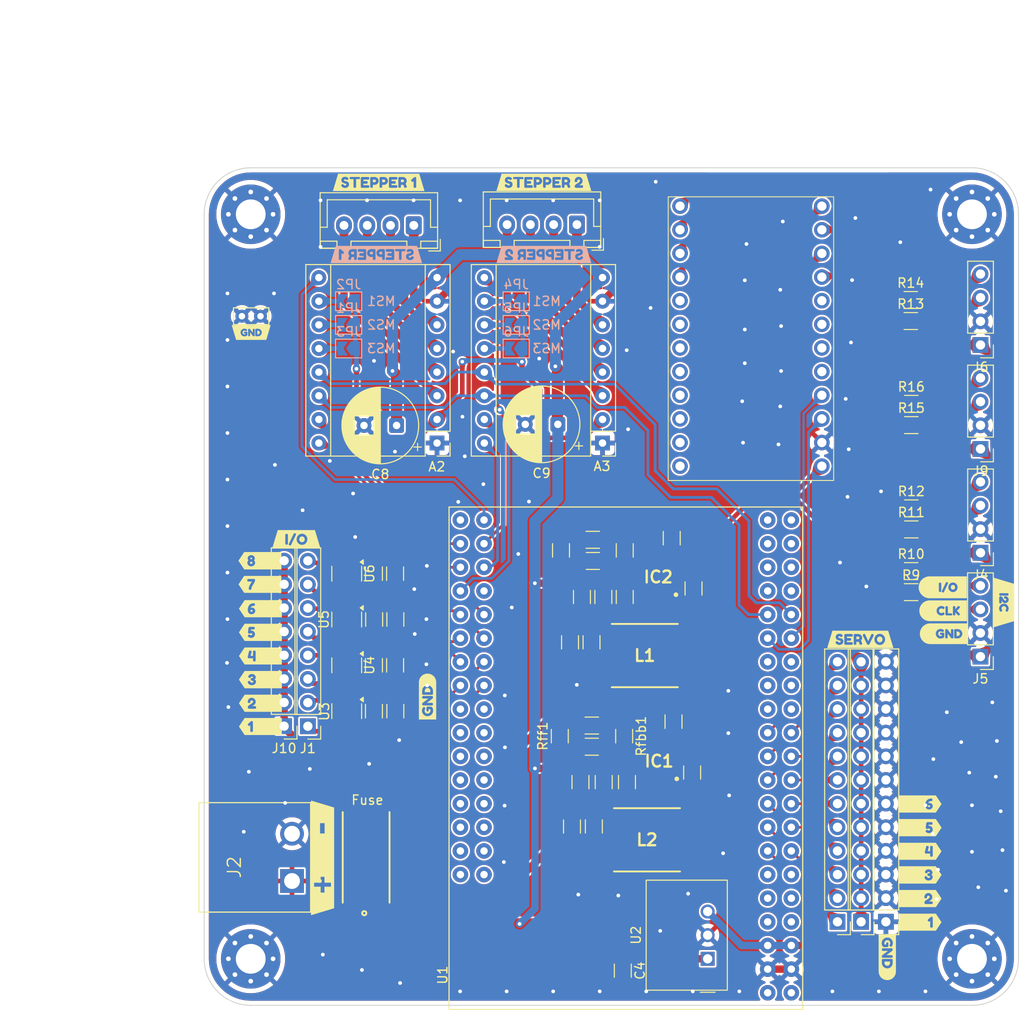
<source format=kicad_pcb>
(kicad_pcb (version 20241229) (generator "pcbnew") (generator_version "9.0")
  (title_block (rev "2"))
  (layers (0 "F.Cu" signal) (2 "B.Cu" signal) (13 "F.Paste" user) (15 "B.Paste" user) (5 "F.SilkS" user "F.Silkscreen") (7 "B.SilkS" user "B.Silkscreen") (1 "F.Mask" user) (3 "B.Mask" user) (25 "Edge.Cuts" user))
  (net 0 "")
  (net 1 "GND")
  (net 3 "SWCLK")
  (net 4 "SWDIO")
  (net 6 "Reset")
  (net 7 "Sleep")
  (net 8 "STEP1")
  (net 9 "DIR1")
  (net 10 "Net-(A2-1B)")
  (net 11 "Net-(A2-1A)")
  (net 12 "Net-(A2-2A)")
  (net 13 "Net-(A2-2B)")
  (net 14 "Enable1")
  (net 15 "Net-(A2-MS1)")
  (net 16 "Net-(A2-MS2)")
  (net 17 "Net-(A2-MS3)")
  (net 18 "STEP2")
  (net 19 "DIR2")
  (net 20 "Net-(A3-1B)")
  (net 21 "Net-(A3-1A)")
  (net 22 "Net-(A3-2A)")
  (net 23 "Net-(A3-2B)")
  (net 24 "Enable2")
  (net 25 "Net-(A3-MS1)")
  (net 26 "Net-(A3-MS2)")
  (net 27 "Net-(A3-MS3)")
  (net 43 "Net-(J2-Pin_1)")
  (net 45 "+5V")
  (net 46 "Servo4")
  (net 49 "Mout3")
  (net 50 "Mout2")
  (net 51 "Mout1")
  (net 52 "Mout8")
  (net 53 "Mout7")
  (net 54 "Mout5")
  (net 55 "Servo1")
  (net 56 "Servo2")
  (net 57 "Servo3")
  (net 58 "Mout6")
  (net 59 "Mout4")
  (net 62 "Servo9")
  (net 63 "Servo8")
  (net 65 "Servo5")
  (net 66 "Servo6")
  (net 67 "Servo7")
  (net 68 "+BATT")
  (net 71 "+5VD")
  (net 72 "+12V")
  (net 73 "Net-(IC1-BOOT)")
  (net 74 "Net-(Cff1-Pad2)")
  (net 75 "Net-(IC1-RT)")
  (net 78 "Net-(IC1-FB)")
  (net 79 "SW")
  (net 80 "Mosfet1")
  (net 81 "Mosfet5")
  (net 82 "Mosfet3")
  (net 83 "Mosfet6")
  (net 84 "Mosfet2")
  (net 85 "Mosfet7")
  (net 86 "Mosfet4")
  (net 87 "Mosfet8")
  (net 90 "Net-(IC2-BOOT)")
  (net 91 "Net-(Cff2-Pad2)")
  (net 92 "Net-(IC2-FB)")
  (net 93 "Net-(IC2-RT)")
  (net 95 "SW2")
  (net 97 "Servo10")
  (net 98 "Servo12")
  (net 99 "Servo11")
  (net 106 "Net-(J4-Pin_3)")
  (net 107 "Net-(J5-Pin_3)")
  (net 108 "Net-(J6-Pin_3)")
  (net 109 "Net-(J9-Pin_3)")
  (net 110 "Net-(J5-Pin_4)")
  (net 111 "Net-(J4-Pin_4)")
  (net 112 "Net-(J6-Pin_4)")
  (net 113 "Net-(J9-Pin_4)")
  (footprint "kibuzzard-679EA25C" (layer "F.Cu") (at 182.5 100.175)
    (property "Reference" "kibuzzard-679EA25C" (hide yes))
    (property "Value" "G***" (hide yes))
  )
  (footprint "Capacitor_SMD:C_1206_3216Metric" (layer "F.Cu") (at 153.87 120.275 90)
    (property "Reference" "C7" (hide yes))
    (property "Value" "22u")
  )
  (footprint "Connector_PinHeader_2.54mm:PinHeader_1x08_P2.54mm_Vertical" (layer "F.Cu") (at 123.13898 109.51 180)
    (property "Reference" "J1")
    (property "Value" "Conn_01x08_Pin")
  )
  (footprint "Capacitor_SMD:C_1206_3216Metric" (layer "F.Cu") (at 156.98 135.775 -90)
    (property "Reference" "C4")
    (property "Value" "10u")
  )
  (footprint "kibuzzard-67A0F0EE" (layer "F.Cu") (at 191.4 97.1)
    (property "Reference" "kibuzzard-67A0F0EE" (hide yes))
    (property "Value" "G***" (hide yes))
  )
  (footprint "Connector_PinHeader_2.54mm:PinHeader_1x04_P2.54mm_Vertical" (layer "F.Cu") (at 195.42 90.87 180)
    (property "Reference" "J4")
    (property "Value" "Conn_01x03")
  )
  (footprint "kibuzzard-679FD690" (layer "F.Cu") (at 121.9 89.425)
    (property "Reference" "kibuzzard-679FD690" (hide yes))
    (property "Value" "G***" (hide yes))
  )
  (footprint "Capacitor_SMD:C_1206_3216Metric" (layer "F.Cu") (at 164.43 114.48 -90)
    (property "Reference" "Cboot1" (hide yes))
    (property "Value" "100n" (hide yes))
  )
  (footprint "Resistor_SMD:R_1206_3216Metric" (layer "F.Cu") (at 153.7525 89.475 180)
    (property "Reference" "Rfbt2" (hide yes))
    (property "Value" "100k" (hide yes))
  )
  (footprint "Resistor_SMD:R_1206_3216Metric" (layer "F.Cu") (at 132.53898 107.8875 90)
    (property "Reference" "R1" (hide yes))
    (property "Value" "1k")
  )
  (footprint "MountingHole:MountingHole_3.2mm_M3_Pad_Via" (layer "F.Cu") (at 194.5 134.5)
    (property "Reference" "H4" (hide yes))
    (property "Value" "MountingHole_Pad" (hide yes))
  )
  (footprint "Resistor_SMD:R_1206_3216Metric" (layer "F.Cu") (at 132.51398 102.965 90)
    (property "Reference" "R3" (hide yes))
    (property "Value" "1k")
  )
  (footprint "Capacitor_SMD:C_1206_3216Metric" (layer "F.Cu") (at 153.6475 111.71 180)
    (property "Reference" "Cff1" (hide yes))
    (property "Value" "33p")
  )
  (footprint "Resistor_SMD:R_1206_3216Metric" (layer "F.Cu") (at 187.9625 95.1)
    (property "Reference" "R9")
    (property "Value" "1k")
  )
  (footprint "TestPoint:TestPoint_Bridge_Pitch2.0mm_Drill0.7mm" (layer "F.Cu") (at 116.05 65.45)
    (property "Reference" "TP1" (hide yes))
    (property "Value" "TestPoint")
  )
  (footprint "Capacitor_SMD:C_1206_3216Metric" (layer "F.Cu") (at 151.52 120.285 90)
    (property "Reference" "C16" (hide yes))
    (property "Value" "22u")
  )
  (footprint "Resistor_SMD:R_1206_3216Metric" (layer "F.Cu") (at 157.1244 110.5725 -90)
    (property "Reference" "Rfbb1")
    (property "Value" "7.15k")
  )
  (footprint "kibuzzard-679FD642" (layer "F.Cu") (at 118.03898 99.42)
    (property "Reference" "kibuzzard-679FD642" (hide yes))
    (property "Value" "G***" (hide yes))
  )
  (footprint "Resistor_SMD:R_1206_3216Metric" (layer "F.Cu") (at 187.9675 92.84)
    (property "Reference" "R10")
    (property "Value" "1k")
  )
  (footprint "Capacitor_THT:CP_Radial_D8.0mm_P3.50mm" (layer "F.Cu") (at 132.673163 77.19 180)
    (property "Reference" "C8")
    (property "Value" "100µ")
  )
  (footprint "Capacitor_THT:CP_Radial_D8.0mm_P3.50mm" (layer "F.Cu") (at 150.000512 77.07 180)
    (property "Reference" "C9")
    (property "Value" "100µ")
  )
  (footprint "kibuzzard-679FDCB9" (layer "F.Cu") (at 148.500512 51.07)
    (property "Reference" "kibuzzard-679FDCB9" (hide yes))
    (property "Value" "G***" (hide yes))
  )
  (footprint "kibuzzard-679FDC70" (layer "F.Cu") (at 130.750512 51.07)
    (property "Reference" "kibuzzard-679FDC70" (hide yes))
    (property "Value" "G***" (hide yes))
  )
  (footprint "MountingHole:MountingHole_3.2mm_M3_Pad_Via" (layer "F.Cu") (at 117 54.5)
    (property "Reference" "H1" (hide yes))
    (property "Value" "MountingHole_Pad" (hide yes))
  )
  (footprint "kibuzzard-679FD606" (layer "F.Cu") (at 118.03898 109.54)
    (property "Reference" "kibuzzard-679FD606" (hide yes))
    (property "Value" "G***" (hide yes))
  )
  (footprint "kibuzzard-67A0F0E8" (layer "F.Cu") (at 191.36 94.58)
    (property "Reference" "kibuzzard-67A0F0E8" (hide yes))
    (property "Value" "G***" (hide yes))
  )
  (footprint "Package_SO:TSOP-6_1.65x3.05mm_P0.95mm" (layer "F.Cu") (at 127.31398 98.04 -90)
    (property "Reference" "U5")
    (property "Value" "~" (hide yes))
  )
  (footprint "kibuzzard-679EA20F" (layer "F.Cu") (at 188.925 117.865)
    (property "Reference" "kibuzzard-679EA20F" (hide yes))
    (property "Value" "G***" (hide yes))
  )
  (footprint "A4988:Pololu_Breakout-16_15.2x20.3mm" (layer "F.Cu") (at 154.800512 79.08 180)
    (property "Reference" "A3")
    (property "Value" "Pololu_Breakout_A4988")
  )
  (footprint "Resistor_SMD:R_1206_3216Metric" (layer "F.Cu") (at 132.5118 93.115 90)
    (property "Reference" "R5" (hide yes))
    (property "Value" "1k")
  )
  (footprint "HCMA0703-8R2-R:INDPM7168X300N" (layer "F.Cu") (at 159.58 121.715 180)
    (property "Reference" "L2")
    (property "Value" "8,2uH" (hide yes))
  )
  (footprint "kibuzzard-679FD63B" (layer "F.Cu") (at 118.03898 104.5)
    (property "Reference" "kibuzzard-679FD63B" (hide yes))
    (property "Value" "G***" (hide yes))
  )
  (footprint "kibuzzard-67A0F0D2" (layer "F.Cu") (at 191.48 99.57)
    (property "Reference" "kibuzzard-67A0F0D2" (hide yes))
    (property "Value" "G***" (hide yes))
  )
  (footprint "A4988:Pololu_Breakout-16_15.2x20.3mm" (layer "F.Cu") (at 137.020512 79.08 180)
    (property "Reference" "A2")
    (property "Value" "Pololu_Breakout_A4988")
  )
  (footprint "Capacitor_SMD:C_1206_3216Metric" (layer "F.Cu") (at 154.89 95.625 -90)
    (property "Reference" "Cin3" (hide yes))
    (property "Value" "4.7u")
  )
  (footprint "Capacitor_SMD:C_1206_3216Metric" (layer "F.Cu") (at 157.19 95.625 -90)
    (property "Reference" "Chf2" (hide yes))
    (property "Value" "100n")
  )
  (footprint "kibuzzard-67A14542" (layer "F.Cu") (at 117.05 67.2)
    (property "Reference" "kibuzzard-67A14542" (hide yes))
    (property "Value" "G***" (hide yes))
  )
  (footprint "Connector_JST:JST_XH_B4B-XH-A_1x04_P2.50mm_Vertical" (layer "F.Cu") (at 134.520512 55.69 180)
    (property "Reference" "J17" (hide yes))
    (property "Value" "Conn_01x04_Pin")
  )
  (footprint "kibuzzard-679EA1D9" (layer "F.Cu") (at 188.925 130.565)
    (property "Reference" "kibuzzard-679EA1D9" (hide yes))
    (property "Value" "G***" (hide yes))
  )
  (footprint "Resistor_SMD:R_1206_3216Metric" (layer "F.Cu") (at 187.9825 77.15)
    (property "Reference" "R15")
    (property "Value" "1k")
  )
  (footprint "kibuzzard-679EA1FA" (layer "F.Cu") (at 188.925 122.945)
    (property "Reference" "kibuzzard-679EA1FA" (hide yes))
    (property "Value" "G***" (hide yes))
  )
  (footprint "Resistor_SMD:R_1206_3216Metric" (layer "F.Cu") (at 132.53898 98.04 90)
    (property "Reference" "R8" (hide yes))
    (property "Value" "1k")
  )
  (footprint "Capacitor_SMD:C_1206_3216Metric" (layer "F.Cu") (at 152.43 115.515 -90)
    (property "Reference" "Cin1" (hide yes))
    (property "Value" "4.7u")
  )
  (footprint "Package_SO:TSOP-6_1.65x3.05mm_P0.95mm" (layer "F.Cu") (at 127.31398 93.115 -90)
    (property "Reference" "U6")
    (property "Value" "~" (hide yes))
  )
  (footprint "Resistor_SMD:R_1206_3216Metric" (layer "F.Cu") (at 187.9225 65.97)
    (property "Reference" "R13")
    (property "Value" "1k")
  )
  (footprint "Resistor_SMD:R_1206_3216Metric" (layer "F.Cu") (at 187.9825 74.87)
    (property "Reference" "R16")
    (property "Value" "1k")
  )
  (footprint "Resistor_SMD:R_1206_3216Metric" (layer "F.Cu") (at 130.2368 93.115 90)
    (property "Reference" "R6" (hide yes))
    (property "Value" "1k")
  )
  (footprint "Capacitor_SMD:C_1206_3216Metric" (layer "F.Cu") (at 157.43 115.515 -90)
    (property "Reference" "Chf1" (hide yes))
    (property "Value" "100n")
  )
  (footprint "Resistor_SMD:R_1206_3216Metric" (layer "F.Cu") (at 187.9835 86.1)
    (property "Reference" "R12")
    (property "Value" "1k")
  )
  (footprint "HCMA0703-8R2-R:INDPM7168X300N" (layer "F.Cu") (at 159.34 101.915 180)
    (property "Reference" "L1")
    (property "Value" "4,7uH" (hide yes))
  )
  (footprint "Resistor_SMD:R_1206_3216Metric" (layer "F.Cu") (at 162.43 109.015 -90)
    (property "Reference" "Rt1" (hide yes))
    (property "Value" "41.2k")
  )
  (footprint "kibuzzard-679EA208" (layer "F.Cu") (at 188.925 125.485)
    (property "Reference" "kibuzzard-679EA208" (hide yes))
    (property "Value" "G***" (hide yes))
  )
  (footprint "Resistor_SMD:R_1206_3216Metric" (layer "F.Cu") (at 162.24 89.3 -90)
    (property "Reference" "Rt2" (hide yes))
    (property "Value" "41.2k")
  )
  (footprint "kibuzzard-679FD645" (layer "F.Cu") (at 118.03898 96.88)
    (property "Reference" "kibuzzard-679FD645" (hide yes))
    (property "Value" "G***" (hide yes))
  )
  (footprint "Resistor_SMD:R_1206_3216Metric" (layer "F.Cu") (at 187.9835 88.36)
    (property "Reference" "R11")
    (property "Value" "1k")
  )
  (footprint "lib-arduino:MODULE_MEGA_PRO_2_CONNECTOR" (layer "F.Cu") (at 157.31 112.95 90)
    (property "Reference" "U1")
    (property "Value" "MEGA_PRO_EMBED_CH340G___ATMEGA2560")
  )
  (footprint "Capacitor_SMD:C_1206_3216Metric" (layer "F.Cu") (at 151.31 100.49 90)
    (property "Reference" "C1" (hide yes))
    (property "Value" "47u")
  )
  (footprint "TerminalBlockBend:CUI_TBP01R1-508-02BE" (layer "F.Cu") (at 121.4375 126.14 90)
    (property "Reference" "J2")
    (property "Value" "Conn_01x02" (hide yes))
  )
  (footprint "kibuzzard-679EA1F0" (layer "F.Cu") (at 188.925 128.025)
    (property "Reference" "kibuzzard-679EA1F0" (hide yes))
    (property "Value" "G***" (hide yes))
  )
  (footprint "Adafruit TCA9548A:ADA Perso" (layer "F.Cu") (at 170.75 67.86 180)
    (property "Reference" "U7" (hide yes))
    (property "Value" "TCA9548APWR" (hide yes))
  )
  (footprint "Capacitor_SMD:C_1206_3216Metric" (layer "F.Cu") (at 164.58 94.705 -90)
    (property "Reference" "Cboot2" (hide yes))
    (property "Value" "100n")
  )
  (footprint "Connector_PinHeader_2.54mm:PinHeader_1x04_P2.54mm_Vertical" (layer "F.Cu") (at 195.41 102.03 180)
    (property "Reference" "J5")
    (property "Value" "Conn_01x03")
  )
  (footprint "Resistor_SMD:R_1206_3216Metric" (layer "F.Cu") (at 150.21 110.5725 90)
    (property "Reference" "Rff1")
    (property "Value" "1k")
  )
  (footprint "Connector_PinHeader_2.54mm:PinHeader_1x12_P2.54mm_Vertical" (layer "F.Cu") (at 185.25 130.52 180)
    (property "Reference" "J8" (hide yes))
    (property "Value" "Conn_01x12_Pin" (hide yes))
  )
  (footprint "Package_SO:TSOP-6_1.65x3.05mm_P0.95mm" (layer "F.Cu") (at 127.31398 102.9625 -90)
    (property "Reference" "U4")
    (property "Value" "~" (hide yes))
  )
  (footprint "Connector_PinHeader_2.54mm:PinHeader_1x12_P2.54mm_Vertical" (layer "F.Cu") (at 182.59 130.525 180)
    (property "Reference" "J7" (hide yes))
    (property "Value" "Conn_01x12_Pin" (hide yes))
  )
  (footprint "kibuzzard-679FD637" (layer "F.Cu") (at 118.03898 107.04)
    (property "Reference" "kibuzzard-679FD637" (hide yes))
    (property "Value" "G***" (hide yes))
  )
  (footprint "Resistor_SMD:R_1206_3216Metric" (layer "F.Cu") (at 153.6475 109.435 180)
    (property "Reference" "Rfbt1" (hide yes))
    (property "Value" "100k")
  )
  (footprint "Resistor_SMD:R_1206_3216Metric" (layer "F.Cu") (at 130.2618 98.04 90)
    (property "Reference" "R7" (hide yes))
    (property "Value" "1k")
  )
  (footprint "kibuzzard-679FD648" (layer "F.Cu") (at 117.98898 94.265)
    (property "Reference" "kibuzzard-679FD648" (hide yes))
    (property "Value" "G***" (hide yes))
  )
  (footprint "kibuzzard-679EA204" (layer "F.Cu") (at 188.925 120.405)
    (property "Reference" "kibuzzard-679EA204" (hide yes))
    (property "Value" "G***" (hide yes))
  )
  (footprint "Capacitor_SMD:C_1206_3216Metric" (layer "F.Cu") (at 152.59 95.625 -90)
    (property "Reference" "Cin4" (hide yes))
    (property "Value" "4.7u")
  )
  (footprint "Connector_PinHeader_2.54mm:PinHeader_1x04_P2.54mm_Vertical" (layer "F.Cu") (at 195.42 79.71 180)
    (property "Reference" "J9")
    (property "Value" "Conn_01x03")
  )
  (footprint "Resistor_SMD:R_1206_3216Metric" (layer "F.Cu") (at 130.23898 107.8875 90)
    (property "Reference" "R2" (hide yes))
    (property "Value" "1k")
  )
  (footprint "Resistor_SMD:R_1206_3216Metric" (layer "F.Cu") (at 130.23898 102.9625 90)
    (property "Reference" "R4" (hide yes))
    (property "Value" "1k")
  )
  (footprint "kibuzzard-679FD64B" (layer "F.Cu") (at 117.98898 91.725)
    (property "Reference" "kibuzzard-679FD64B" (hide yes))
    (property "Value" "G***" (hide yes))
  )
  (footprint "Capacitor_SMD:C_1206_3216Metric" (layer "F.Cu") (at 153.765 91.75 180)
    (property "Reference" "Cff2" (hide yes))
    (property "Value" "33p")
  )
  (footprint "Capacitor_SMD:C_1206_3216Metric" (layer "F.Cu") (at 153.62 100.49 90)
    (property "Reference" "C2" (hide yes))
    (property "Value" "47u")
  )
  (footprint "kibuzzard-67A13B87" (layer "F.Cu") (at 124.719758 123.655264 -90)
    (property "Reference" "kibuzzard-67A13B87" (hide yes))
    (property "Value" "G***" (hide yes))
  )
  (footprint "Connector_PinHeader_2.54mm:PinHeader_1x12_P2.54mm_Vertical" (layer "F.Cu") (at 180.05 130.525 180)
    (property "Reference" "J12" (hide yes))
    (property "Value" "Conn_01x12_Pin" (hide yes))
  )
  (footprint "kibuzzard-679EA236" (layer "F.Cu") (at 136 106.3192 90)
    (property "Reference" "kibuzzard-679EA236" (hide yes))
    (property "Value" "G***" (hide yes))
  )
  (footprint "MountingHole:MountingHole_3.2mm_M3_Pad_Via" (layer "F.Cu") (at 117 134.5)
    (property "Reference" "H3" (hide yes))
    (property "Value" "MountingHole_Pad" (hide yes))
  )
  (footprint "Capacitor_SMD:C_1206_3216Metric" (layer "F.Cu") (at 154.93 115.515 -90)
    (property "Reference" "Cin2" (hide yes))
    (property "Value" "4.7u")
  )
  (footprint "Resistor_SMD:R_1206_3216Metric" (layer "F.Cu") (at 150.34 90.6125 90)
    (property "Reference" "Rff2" (hide yes))
    (property "Value" "1k")
  )
  (footprint "kibuzzard-67A0F0A3" (layer "F.Cu") (at 197.93 96.21 -90)
    (property "Reference" "kibuzzard-67A0F0A3" (hide yes))
    (property "Value" "G***" (hide yes))
  )
  (footprint "Resistor_SMD:R_1206_3216Metric" (layer "F.Cu") (at 157.19 90.6125 -90)
    (property "Reference" "Rfbb2" (hide yes))
    (property "Value" "19.1k")
  )
  (footprint "kibuzzard-679EA236" (layer "F.Cu") (at 185.4 134.325 -90)
    (property "Reference" "kibuzzard-679EA236" (hide yes))
    (property "Value" "G***" (hide yes))
  )
  (footprint "MagIC_THT_Wurth:U_Wurth_MagIC-FDSM_173010x42" (layer "F.Cu") (at 166.1 134.5 90)
    (property "Reference" "U2")
    (property "Value" "173010542")
  )
  (footprint "LMR51460:SON50P300X300X80-13N-D" (layer "F.Cu") (at 160.79 93.475 180)
    (property "Reference" "IC2")
    (property "Value" "LMR51460SQDRRRQ1" (hide yes))
  )
  (footprint "Connector_JST:JST_XH_B4B-XH-A_1x04_P2.50mm_Vertical" (layer "F.Cu") (at 152.050512 55.605 180)
    (property "Reference" "J3" (hide yes))
    (property "Value" "Conn_01x04_Pin")
  )
  (footprint "Resistor_SMD:R_1206_3216Metric" (layer "F.Cu") (at 187.92 63.71)
    (property "Reference" "R14")
    (property "Value" "1k")
  )
  (footprint "Connector_PinHeader_2.54mm:PinHeader_1x04_P2.54mm_Vertical" (layer "F.Cu") (at 195.42 68.54 180)
    (property "Reference" "J6")
    (property "Value" "Conn_01x03")
  )
  (footprint "MountingHole:MountingHole_3.2mm_M3_Pad_Via" (layer "F.Cu") (at 194.5 54.5)
    (property "Reference" "H2" (hide yes))
    (property "Value" "MountingHole_Pad" (hide yes))
  )
  (footprint "FuseHolder:FUSE_0154004.DR" (layer "F.Cu") (at 129.4 123.6 90)
    (property "Reference" "F1" (hide yes))
    (property "Value" "Fuse")
  )
  (footprint "kibuzzard-679FD63E" (layer "F.Cu") (at 118.03898 101.96)
    (property "Reference" "kibuzzard-679FD63E" (hide yes))
    (property "Value" "G***" (hide yes))
  )
  (footprint "LMR51460:SON50P300X300X80-13N-D" (layer "F.Cu") (at 160.88 113.265 180)
    (property "Reference" "IC1")
    (property "Value" "LMR51460SQDRRRQ1" (hide yes))
  )
  (footprint "Package_SO:TSOP-6_1.65x3.05mm_P0.95mm" (layer "F.Cu") (at 127.31398 107.8875 -90)
    (property "Reference" "U3")
    (property "Value" "~" (hide yes))
  )
  (footprint "Connector_PinHeader_2.54mm:PinHeader_1x08_P2.54mm_Vertical" (layer "F.Cu") (at 120.58898 109.5 180)
    (property "Reference" "J10")
    (property "Value" "Conn_01x08_Pin")
  )
  (footprint "Jumper:SolderJumper-2_P1.3mm_Open_TrianglePad1.0x1.5mm" (layer "B.Cu") (at 145.525512 68.92 180)
    (property "Reference" "JP6")
    (property "Value" "Jumper_2_Open")
  )
  (footprint "kibuzzard-679FD326" (layer "B.Cu") (at 148.500512 58.82 180)
    (property "Reference" "kibuzzard-679FD326" (hide yes))
    (property "Value" "G***" (hide yes))
  )
  (footprint "Jumper:SolderJumper-2_P1.3mm_Open_TrianglePad1.0x1.5mm" (layer "B.Cu") (at 145.525512 63.84 180)
    (property "Reference" "JP4")
    (property "Value" "Jumper_2_Open")
  )
  (footprint "Jumper:SolderJumper-2_P1.3mm_Open_TrianglePad1.0x1.5mm" (layer "B.Cu") (at 127.520512 68.92 180)
    (property "Reference" "JP3")
    (property "Value" "Jumper_2_Open")
  )
  (footprint "Jumper:SolderJumper-2_P1.3mm_Open_TrianglePad1.0x1.5mm" (layer "B.Cu") (at 127.520512 66.38 180)
    (property "Reference" "JP1")
    (property "Value" "Jumper_2_Open")
  )
  (footprint "Jumper:SolderJumper-2_P1.3mm_Open_TrianglePad1.0x1.5mm" (layer "B.Cu") (at 145.525512 66.38 180)
    (property "Reference" "JP5")
    (property "Value" "Jumper_2_Open")
  )
  (footprint "Jumper:SolderJumper-2_P1.3mm_Open_TrianglePad1.0x1.5mm" (layer "B.Cu") (at 127.520512 63.84 180)
    (property "Reference" "JP2")
    (property "Value" "Jumper_2_Open")
  )
  (footprint "kibuzzard-679FD2F5" (layer "B.Cu") (at 130.500512 58.82 180)
    (property "Reference" "kibuzzard-679FD2F5" (hide yes))
    (property "Value" "G***" (hide yes))
  )
  (gr_arc (start 194.5 49.5) (mid 198.035533 50.964466) (end 199.5 54.5) (stroke (width 0.1)) (layer "Edge.Cuts"))
  (gr_arc (start 112 54.5) (mid 113.464466 50.964467) (end 117 49.5) (stroke (width 0.1)) (layer "Edge.Cuts"))
  (gr_line (start 199.5 134.5) (end 199.5 54.5) (stroke (width 0.1)) (layer "Edge.Cuts"))
  (gr_line (start 194.5 49.5) (end 117 49.5) (stroke (width 0.1)) (layer "Edge.Cuts"))
  (gr_arc (start 117 139.5) (mid 113.464466 138.035534) (end 112 134.5) (stroke (width 0.1)) (layer "Edge.Cuts"))
  (gr_line (start 117 139.5) (end 194.5 139.5) (stroke (width 0.1)) (layer "Edge.Cuts"))
  (gr_arc (start 199.5 134.5) (mid 198.035534 138.035534) (end 194.5 139.5) (stroke (width 0.1)) (layer "Edge.Cuts"))
  (gr_line (start 112 54.5) (end 112 134.5) (stroke (width 0.1)) (layer "Edge.Cuts"))
  (gr_text "MS2" (at 147.180512 66.38 0) (layer "B.SilkS") (effects (font (size 1 1)) (justify right mirror)))
  (gr_text "MS3" (at 147.180512 68.92 0) (layer "B.SilkS") (effects (font (size 1 1)) (justify right mirror)))
  (gr_text "MS2" (at 129.400512 66.38 0) (layer "B.SilkS") (effects (font (size 1 1)) (justify right mirror)))
  (gr_text "MS1" (at 147.180512 63.84 0) (layer "B.SilkS") (effects (font (size 1 1)) (justify right mirror)))
  (gr_text "MS3" (at 129.400512 68.92 0) (layer "B.SilkS") (effects (font (size 1 1)) (justify right mirror)))
  (gr_text "MS1" (at 129.400512 63.84 0) (layer "B.SilkS") (effects (font (size 1 1)) (justify right mirror)))
  (segment (start 160.13 112.515) (end 160.88 113.265) (width 0.25) (layer "F.Cu") (net 1))
  (segment (start 149.5 53) (end 144.5 53) (width 0.8) (layer "F.Cu") (net 1))
  (segment (start 175.09 135.61) (end 172.55 135.61) (width 0.8) (layer "F.Cu") (net 1))
  (segment (start 159.34 92.725) (end 160.04 92.725) (width 0.25) (layer "F.Cu") (net 1))
  (segment (start 130.23898 96.5775) (end 128.56648 96.5775) (width 0.5) (layer "F.Cu") (net 1))
  (segment (start 157.3 109.21) (end 157.1675 109.0775) (width 0.25) (layer "F.Cu") (net 1))
  (segment (start 128.56648 96.5775) (end 128.26398 96.88) (width 0.5) (layer "F.Cu") (net 1))
  (segment (start 130.23898 101.5) (end 128.56648 101.5) (width 0.5) (layer "F.Cu") (net 1))
  (segment (start 140.5 53.25) (end 140.5 60.360512) (width 0.8) (layer "F.Cu") (net 1))
  (segment (start 158.5 60.140512) (end 154.800512 63.84) (width 0.8) (layer "F.Cu") (net 1))
  (segment (start 140.5 60.360512) (end 137.020512 63.84) (width 0.8) (layer "F.Cu") (net 1))
  (segment (start 158.5 53) (end 154.5 53) (width 0.8) (layer "F.Cu") (net 1))
  (segment (start 144.5 53) (end 140.75 53) (width 0.8) (layer "F.Cu") (net 1))
  (segment (start 130.23898 106.425) (end 128.56648 106.425) (width 0.5) (layer "F.Cu") (net 1))
  (segment (start 128.56648 106.425) (end 128.26398 106.7275) (width 0.5) (layer "F.Cu") (net 1))
  (segment (start 154.5 53) (end 149.5 53) (width 0.8) (layer "F.Cu") (net 1))
  (segment (start 159.43 112.515) (end 160.13 112.515) (width 0.25) (layer "F.Cu") (net 1))
  (segment (start 160.04 92.725) (end 160.79 93.475) (width 0.25) (layer "F.Cu") (net 1))
  (segment (start 128.56648 101.5) (end 128.26398 101.8025) (width 0.5) (layer "F.Cu") (net 1))
  (segment (start 158.5 53) (end 158.5 60.140512) (width 0.8) (layer "F.Cu") (net 1))
  (segment (start 140.75 53) (end 140.5 53.25) (width 0.8) (layer "F.Cu") (net 1))
  (via (at 144.316393 111.776306) (size 0.8) (drill 0.4) (layers "F.Cu" "B.Cu") (net 1))
  (via (at 193.343849 111.216549) (size 0.8) (drill 0.4) (layers "F.Cu" "B.Cu") (net 1))
  (via (at 128.95 135.7) (size 0.8) (drill 0.4) (layers "F.Cu" "B.Cu") (net 1))
  (via (at 173.9 75.14) (size 0.8) (drill 0.4) (layers "F.Cu" "B.Cu") (net 1))
  (via (at 197.59 118.64) (size 0.8) (drill 0.4) (layers "F.Cu" "B.Cu") (net 1))
  (via (at 169.9 79.04) (size 0.8) (drill 0.4) (layers "F.Cu" "B.Cu") (net 1))
  (via (at 130.25 70.25) (size 0.8) (drill 0.4) (layers "F.Cu" "B.Cu") (net 1))
  (via (at 164 127.5) (size 0.8) (drill 0.4) (layers "F.Cu" "B.Cu") (net 1))
  (via (at 196.686593 106.945265) (size 0.8) (drill 0.4) (layers "F.Cu" "B.Cu") (net 1))
  (via (at 133.05 137.1) (size 0.8) (drill 0.4) (layers "F.Cu" "B.Cu") (net 1))
  (via (at 183.15 94.49) (size 0.8) (drill 0.4) (layers "F.Cu" "B.Cu") (net 1))
  (via (at 194.5 123) (size 0.8) (drill 0.4) (layers "F.Cu" "B.Cu") (net 1))
  (via (at 116.25 120.85) (size 0.8) (drill 0.4) (layers "F.Cu" "B.Cu") (net 1))
  (via (at 197.78 122.82) (size 0.8) (drill 0.4) (layers "F.Cu" "B.Cu") (net 1))
  (via (at 184.73 84.27) (size 0.8) (drill 0.4) (layers "F.Cu" "B.Cu") (net 1))
  (via (at 114.5 98) (size 0.8) (drill 0.4) (layers "F.Cu" "B.Cu") (net 1))
  (via (at 170.09 70.5) (size 0.8) (drill 0.4) (layers "F.Cu" "B.Cu") (net 1))
  (via (at 170.09 61.59) (size 0.8) (drill 0.4) (layers "F.Cu" "B.Cu") (net 1))
  (via (at 129.725 113.55) (size 0.8) (drill 0.4) (layers "F.Cu" "B.Cu") (net 1))
  (via (at 114.5 63) (size 0.8) (drill 0.4) (layers "F.Cu" "B.Cu") (net 1))
  (via (at 170.09 66.88) (size 0.8) (drill 0.4) (layers "F.Cu" "B.Cu") (net 1))
  (via (at 190.85 124.92) (size 0.8) (drill 0.4) (layers "F.Cu" "B.Cu") (net 1))
  (via (at 157.55 77.6) (size 0.8) (drill 0.4) (layers "F.Cu" "B.Cu") (net 1))
  (via (at 119.6 81.425) (size 0.8) (drill 0.4) (layers "F.Cu" "B.Cu") (net 1))
  (via (at 125.5 81) (size 0.8) (drill 0.4) (layers "F.Cu" "B.Cu") (net 1))
  (via (at 159.97 64.56) (size 0.8) (drill 0.4) (layers "F.Cu" "B.Cu") (net 1))
  (via (at 144.5 138) (size 0.8) (drill 0.4) (layers "F.Cu" "B.Cu") (net 1))
  (via (at 116.8 114.4) (size 0.8) (drill 0.4) (layers "F.Cu" "B.Cu") (net 1))
  (via (at 181.5 68.27) (size 0.8) (drill 0.4) (layers "F.Cu" "B.Cu") (net 1))
  (via (at 139.5 138) (size 0.8) (drill 0.4) (layers "F.Cu" "B.Cu") (net 1))
  (via (at 168.41 116.94) (size 0.8) (drill 0.4) (layers "F.Cu" "B.Cu") (net 1))
  (via (at 120.7 117.75) (size 0.8) (drill 0.4) (layers "F.Cu" "B.Cu") (net 1))
  (via (at 128 84.5) (size 0.8) (drill 0.4) (layers "F.Cu" "B.Cu") (net 1))
  (via (at 168.32 110.25) (size 0.8) (drill 0.4) (layers "F.Cu" "B.Cu") (net 1))
  (via (at 173.99 71.34) (size 0.8) (drill 0.4) (layers "F.Cu" "B.Cu") (net 1))
  (via (at 194.5 118) (size 0.8) (drill 0.4) (layers "F.Cu" "B.Cu") (net 1))
  (via (at 140 80.5) (size 0.8) (drill 0.4) (layers "F.Cu" "B.Cu") (net 1))
  (via (at 114.45 102.7) (size 0.8) (drill 0.4) (layers "F.Cu" "B.Cu") (net 1))
  (via (at 128.225 89.175) (size 0.8) (drill 0.4) (layers "F.Cu" "B.Cu") (net 1))
  (via (at 156.5 127.7) (size 0.8) (drill 0.4) (layers "F.Cu" "B.Cu") (net 1))
  (via (at 154.5 58) (size 0.8) (drill 0.4) (layers "F.Cu" "B.Cu") (net 1))
  (via (at 168.32 105.7) (size 0.8) (drill 0.4) (layers "F.Cu" "B.Cu") (net 1))
  (via (at 114.6 107.45) (size 0.8) (drill 0.4) (layers "F.Cu" "B.Cu") (net 1))
  (via (at 181.26 79.75) (size 0.8) (drill 0.4) (layers "F.Cu" "B.Cu") (net 1))
  (via (at 146.899901 85.367114) (size 0.8) (drill 0.4) (layers "F.Cu" "B.Cu") (net 1))
  (via (at 138.75 69.25) (size 0.8) (drill 0.4) (layers "F.Cu" "B.Cu") (net 1))
  (via (at 184.5 138) (size 0.8) (drill 0.4) (layers "F.Cu" "B.Cu") (net 1))
  (via (at 157.4 69.1) (size 0.8) (drill 0.4) (layers "F.Cu" "B.Cu") (net 1))
  (via (at 197.18 111.09) (size 0.8) (drill 0.4) (layers "F.Cu" "B.Cu") (net 1))
  (via (at 189.5 138) (size 0.8) (drill 0.4) (layers "F.Cu" "B.Cu") (net 1))
  (via (at 149.5 138) (size 0.8) (drill 0.4) (layers "F.Cu" "B.Cu") (net 1))
  (via (at 132.95 111) (size 0.8) (drill 0.4) (layers "F.Cu" "B.Cu") (net 1))
  (via (at 142 83.5) (size 0.8) (drill 0.4) (layers "F.Cu" "B.Cu") (net 1))
  (via (at 135.925 92.275) (size 0.8) (drill 0.4) (layers "F.Cu" "B.Cu") (net 1))
  (via (at 124.5 53) (size 0.8) (drill 0.4) (layers "F.Cu" "B.Cu") (net 1))
  (via (at 190.05 51.84) (size 0.8) (drill 0.4) (layers "F.Cu" "B.Cu") (net 1))
  (via (at 186.8 57.5) (size 0.8) (drill 0.4) (layers "F.Cu" "B.Cu") (net 1))
  (via (at 152.2 127.6) (size 0.8) (drill 0.4) (layers "F.Cu" "B.Cu") (net 1))
  (via (at 145.05 96.75) (size 0.8) (drill 0.4) (layers "F.Cu" "B.Cu") (net 1))
  (via (at 181.62 61.57) (size 0.8) (drill 0.4) (layers "F.Cu" "B.Cu") (net 1))
  (via (at 194.21 114.5) (size 0.8) (drill 0.4) (layers "F.Cu" "B.Cu") (net 1))
  (via (at 190.29 121.08) (size 0.8) (drill 0.4) (layers "F.Cu" "B.Cu") (net 1))
  (via (at 114.5 78) (size 0.8) (drill 0.4) (layers "F.Cu" "B.Cu") (net 1))
  (via (at 180.32 91.92) (size 0.8) (drill 0.4) (layers "F.Cu" "B.Cu") (net 1))
  (via (at 144.2 124.1) (size 0.8) (drill 0.4) (layers "F.Cu" "B.Cu") (net 1))
  (via (at 144.3 106.2) (size 0.8) (drill 0.4) (layers "F.Cu" "B.Cu") (net 1))
  (via (at 169.81 74.59) (size 0.8) (drill 0.4) (layers "F.Cu" "B.Cu") (net 1))
  (via (at 122.575 86.3) (size 0.8) (drill 0.4) (layers "F.Cu" "B.Cu") (net 1))
  (via (at 160.52 51) (size 0.8) (drill 0.4) (layers "F.Cu" "B.Cu") (net 1))
  (via (at 170.27 57.69) (size 0.8) (drill 0.4) (layers "F.Cu" "B.Cu") (net 1))
  (via (at 154.5 138) (size 0.8) (drill 0.4) (layers "F.Cu" "B.Cu") (net 1))
  (via (at 145.75 91) (size 0.8) (drill 0.4) (layers "F.Cu" "B.Cu") (net 1))
  (via (at 179.5 138) (size 0.8) (drill 0.4) (layers "F.Cu" "B.Cu") (net 1))
  (via (at 181.13 84.86) (size 0.8) (drill 0.4) (layers "F.Cu" "B.Cu") (net 1))
  (via (at 173.99 66.51) (size 0.8) (drill 0.4) (layers "F.Cu" "B.Cu") (net 1))
  (via (at 173.9 62.61) (size 0.8) (drill 0.4) (layers "F.Cu" "B.Cu") (net 1))
  (via (at 159.5 138) (size 0.8) (drill 0.4) (layers "F.Cu" "B.Cu") (net 1))
  (via (at 114.5 83) (size 0.8) (drill 0.4) (layers "F.Cu" "B.Cu") (net 1))
  (via (at 114.5 93) (size 0.8) (drill 0.4) (layers "F.Cu" "B.Cu") (net 1))
  (via (at 167.76 123.16) (size 0.8) (drill 0.4) (layers "F.Cu" "B.Cu") (net 1))
  (via (at 180.932782 74.33404) (size 0.8) (drill 0.4) (layers "F.Cu" "B.Cu") (net 1))
  (via (at 132.5 80) (size 0.8) (drill 0.4) (layers "F.Cu" "B.Cu") (net 1))
  (via (at 191.8 108) (size 0.8) (drill 0.4) (layers "F.Cu" "B.Cu") (net 1))
  (via (at 114.5 88) (size 0.8) (drill 0.4) (layers "F.Cu" "B.Cu") (net 1))
  (via (at 190.35 113.04) (size 0.8) (drill 0.4) (layers "F.Cu" "B.Cu") (net 1))
  (via (at 134.5 53) (size 0.8) (drill 0.4) (layers "F.Cu" "B.Cu") (net 1))
  (via (at 152.04 105.06) (size 0.8) (drill 0.4) (layers "F.Cu" "B.Cu") (net 1))
  (via (at 195.18 126.81) (size 0.8) (drill 0.4) (layers "F.Cu" "B.Cu") (net 1))
  (via (at 123.35 114.1) (size 0.8) (drill 0.4) (layers "F.Cu" "B.Cu") (net 1))
  (via (at 124.75 134.05) (size 0.8) (drill 0.4) (layers "F.Cu" "B.Cu") (net 1))
  (via (at 135.875 98) (size 0.8) (drill 0.4) (layers "F.Cu" "B.Cu") (net 1))
  (via (at 190.72 128.08) (size 0.8) (drill 0.4) (layers "F.Cu" "B.Cu") (net 1))
  (via (at 119.5 63) (size 0.8) (drill 0.4) (layers "F.Cu" "B.Cu") (net 1))
  (via (at 139.75 76.25) (size 0.8) (drill 0.4) (layers "F.Cu" "B.Cu") (net 1))
  (via (at 148 70) (size 0.8) (drill 0.4) (layers "F.Cu" "B.Cu") (net 1))
  (via (at 134.575 94.775) (size 0.8) (drill 0.4) (layers "F.Cu" "B.Cu") (net 1))
  (via (at 174.173787 55.271745) (size 0.8) (drill 0.4) (layers "F.Cu" "B.Cu") (net 1))
  (via (at 197.06 114.93) (size 0.8) (drill 0.4) (layers "F.Cu" "B.Cu") (net 1))
  (via (at 135.95 105.125) (size 0.8) (drill 0.4) (layers "F.Cu" "B.Cu") (net 1))
  (via (at 144.5 53) (size 0.8) (drill 0.4) (layers "F.Cu" "B.Cu") (net 1))
  (via (at 173.71 79.23) (size 0.8) (drill 0.4) (layers "F.Cu" "B.Cu") (net 1))
  (via (at 154.5 53) (size 0.8) (drill 0.4) (layers "F.Cu" "B.Cu") (net 1))
  (via (at 129.5 53) (size 0.8) (drill 0.4) (layers "F.Cu" "B.Cu") (net 1))
  (via (at 169.5 138) (size 0.8) (drill 0.4) (layers "F.Cu" "B.Cu") (net 1))
  (via (at 124.5 58) (size 0.8) (drill 0.4) (layers "F.Cu" "B.Cu") (net 1))
  (via (at 114.5 68) (size 0.8) (drill 0.4) (layers "F.Cu" "B.Cu") (net 1))
  (via (at 139.3 85.4) (size 0.8) (drill 0.4) (layers "F.Cu" "B.Cu") (net 1))
  (via (at 189.5 118) (size 0.8) (drill 0.4) (layers "F.Cu" "B.Cu") (net 1))
  (via (at 114.5 73) (size 0.8) (drill 0.4) (layers "F.Cu" "B.Cu") (net 1))
  (via (at 161 131.5) (size 0.8) (drill 0.4) (layers "F.Cu" "B.Cu") (net 1))
  (via (at 134.625 99.6) (size 0.8) (drill 0.4) (layers "F.Cu" "B.Cu") (net 1))
  (via (at 198.15 127.18) (size 0.8) (drill 0.4) (layers "F.Cu" "B.Cu") (net 1))
  (via (at 181.97 54.9) (size 0.8) (drill 0.4) (layers "F.Cu" "B.Cu") (net 1))
  (via (at 144.28 118.04) (size 0.8) (drill 0.4) (layers "F.Cu" "B.Cu") (net 1))
  (via (at 135.875 102.85) (size 0.8) (drill 0.4) (layers "F.Cu" "B.Cu") (net 1))
  (via (at 139.5 53) (size 0.8) (drill 0.4) (layers "F.Cu" "B.Cu") (net 1))
  (via (at 164.5 138) (size 0.8) (drill 0.4) (layers "F.Cu" "B.Cu") (net 1))
  (via (at 149.5 53) (size 0.8) (drill 0.4) (layers "F.Cu" "B.Cu") (net 1))
  (segment (start 176.4 75.9133) (end 178.37 73.9433) (width 0.25) (layer "B.Cu") (net 3))
  (segment (start 175.09 100.05) (end 176.4 98.74) (width 0.25) (layer "B.Cu") (net 3))
  (segment (start 176.4 98.74) (end 176.4 75.9133) (width 0.25) (layer "B.Cu") (net 3))
  (segment (start 176.94 77.9133) (end 176.94 100.2992) (width 0.3) (layer "B.Cu") (net 4))
  (segment (start 176 101.2392) (end 173.7392 101.2392) (width 0.3) (layer "B.Cu") (net 4))
  (segment (start 178.37 76.4833) (end 176.94 77.9133) (width 0.3) (layer "B.Cu") (net 4))
  (segment (start 176.94 100.2992) (end 176 101.2392) (width 0.3) (layer "B.Cu") (net 4))
  (segment (start 173.7392 101.2392) (end 172.55 100.05) (width 0.3) (layer "B.Cu") (net 4))
  (segment (start 142.100512 71.46) (end 143.390512 72.75) (width 0.3) (layer "B.Cu") (net 6))
  (segment (start 167.09 84) (end 170.54 87.45) (width 0.3) (layer "B.Cu") (net 6))
  (segment (start 171.3 96.24) (end 173.82 96.24) (width 0.3) (layer "B.Cu") (net 6))
  (segment (start 162.4 84) (end 167.09 84) (width 0.3) (layer "B.Cu") (net 6))
  (segment (start 173.82 96.24) (end 175.09 97.51) (width 0.3) (layer "B.Cu") (net 6))
  (segment (start 160.46 77.1) (end 160.46 82.06) (width 0.3) (layer "B.Cu") (net 6))
  (segment (start 156.11 72.75) (end 160.46 77.1) (width 0.3) (layer "B.Cu") (net 6))
  (segment (start 125.560512 72.7) (end 137.866838 72.7) (width 0.3) (layer "B.Cu") (net 6))
  (segment (start 124.320512 71.46) (end 125.560512 72.7) (width 0.3) (layer "B.Cu") (net 6))
  (segment (start 170.54 95.48) (end 171.3 96.24) (width 0.3) (layer "B.Cu") (net 6))
  (segment (start 137.866838 72.7) (end 139.106838 71.46) (width 0.3) (layer "B.Cu") (net 6))
  (segment (start 170.54 87.45) (end 170.54 95.48) (width 0.3) (layer "B.Cu") (net 6))
  (segment (start 160.46 82.06) (end 162.4 84) (width 0.3) (layer "B.Cu") (net 6))
  (segment (start 139.106838 71.46) (end 142.100512 71.46) (width 0.3) (layer "B.Cu") (net 6))
  (segment (start 143.390512 72.75) (end 156.11 72.75) (width 0.3) (layer "B.Cu") (net 6))
  (segment (start 159.68 82.48) (end 159.68 77.73) (width 0.3) (layer "B.Cu") (net 7))
  (segment (start 124.320512 74) (end 125.570512 75.25) (width 0.3) (layer "B.Cu") (net 7))
  (segment (start 137.833675 75.25) (end 139.083675 74) (width 0.3) (layer "B.Cu") (net 7))
  (segment (start 125.570512 75.25) (end 137.833675 75.25) (width 0.3) (layer "B.Cu") (net 7))
  (segment (start 157.2 75.25) (end 154.25 75.25) (width 0.3) (layer "B.Cu") (net 7))
  (segment (start 172.55 97.51) (end 170.494333 97.51) (width 0.3) (layer "B.Cu") (net 7))
  (segment (start 139.083675 74) (end 142.100512 74) (width 0.3) (layer "B.Cu") (net 7))
  (segment (start 166.51 84.92) (end 162.12 84.92) (width 0.3) (layer "B.Cu") (net 7))
  (segment (start 162.12 84.92) (end 159.68 82.48) (width 0.3) (layer "B.Cu") (net 7))
  (segment (start 169.47 96.485667) (end 169.47 87.88) (width 0.3) (layer "B.Cu") (net 7))
  (segment (start 170.494333 97.51) (end 169.47 96.485667) (width 0.3) (layer "B.Cu") (net 7))
  (segment (start 154.25 75.25) (end 153 74) (width 0.3) (layer "B.Cu") (net 7))
  (segment (start 169.47 87.88) (end 166.51 84.92) (width 0.3) (layer "B.Cu") (net 7))
  (segment (start 159.68 77.73) (end 157.2 75.25) (width 0.3) (layer "B.Cu") (net 7))
  (segment (start 153 74) (end 142.100512 74) (width 0.3) (layer "B.Cu") (net 7))
  (segment (start 137.39 89.89) (end 124.320512 76.820512) (width 0.3) (layer "F.Cu") (net 8))
  (segment (start 139.53 89.89) (end 137.39 89.89) (width 0.3) (layer "F.Cu") (net 8))
  (segment (start 124.320512 76.820512) (end 124.320512 76.54) (width 0.3) (layer "F.Cu") (net 8))
  (segment (start 124.994607 79.08) (end 124.320512 79.08) (width 0.3) (layer "F.Cu") (net 9))
  (segment (start 139.53 92.43) (end 138.344607 92.43) (width 0.3) (layer "F.Cu") (net 9))
  (segment (start 138.344607 92.43) (end 124.994607 79.08) (width 0.3) (layer "F.Cu") (net 9))
  (segment (start 127.020512 55.69) (end 127.020512 64) (width 0.8) (layer "F.Cu") (net 10))
  (segment (start 127.020512 64) (end 137.020512 74) (width 0.8) (layer "F.Cu") (net 10))
  (segment (start 129.520512 63.96) (end 137.020512 71.46) (width 0.8) (layer "F.Cu") (net 11))
  (segment (start 129.520512 55.69) (end 129.520512 63.96) (width 0.8) (layer "F.Cu") (net 11))
  (segment (start 132.020512 55.69) (end 132.020512 63.92) (width 0.8) (layer "F.Cu") (net 12))
  (segment (start 132.020512 63.92) (end 137.020512 68.92) (width 0.8) (layer "F.Cu") (net 12))
  (segment (start 134.520512 63.88) (end 137.020512 66.38) (width 0.8) (layer "F.Cu") (net 13))
  (segment (start 134.520512 55.69) (end 134.520512 63.88) (width 0.8) (layer "F.Cu") (net 13))
  (segment (start 142.07 86.21) (end 142.07 87.35) (width 0.3) (layer "B.Cu") (net 14))
  (segment (start 122.5 63.120512) (end 122.5 79.442917) (width 0.3) (layer "B.Cu") (net 14))
  (segment (start 138.86 83) (end 142.07 86.21) (width 0.3) (layer "B.Cu") (net 14))
  (segment (start 122.5 79.442917) (end 126.057083 83) (width 0.3) (layer "B.Cu") (net 14))
  (segment (start 126.057083 83) (end 138.86 83) (width 0.3) (layer "B.Cu") (net 14))
  (segment (start 124.320512 61.3) (end 122.5 63.120512) (width 0.3) (layer "B.Cu") (net 14))
  (segment (start 124.320512 63.84) (end 126.795512 63.84) (width 0.5) (layer "B.Cu") (net 15))
  (segment (start 124.320512 66.38) (end 126.795512 66.38) (width 0.5) (layer "B.Cu") (net 16))
  (segment (start 126.795512 68.92) (end 124.320512 68.92) (width 0.5) (layer "B.Cu") (net 17))
  (segment (start 144.125 87.835) (end 144.125 78.564488) (width 0.3) (layer "F.Cu") (net 18))
  (segment (start 144.125 78.564488) (end 142.100512 76.54) (width 0.3) (layer "F.Cu") (net 18))
  (segment (start 142.07 89.89) (end 144.125 87.835) (width 0.3) (layer "F.Cu") (net 18))
  (segment (start 142.77 92.43) (end 142.07 92.43) (width 0.3) (layer "B.Cu") (net 19))
  (segment (start 142.100512 79.08) (end 143.525 80.504488) (width 0.3) (layer "B.Cu") (net 19))
  (segment (start 143.525 91.675) (end 142.77 92.43) (width 0.3) (layer "B.Cu") (net 19))
  (segment (start 143.525 80.504488) (end 143.525 91.675) (width 0.3) (layer "B.Cu") (net 19))
  (segment (start 144.550512 55.605) (end 144.550512 63.75) (width 0.8) (layer "F.Cu") (net 20))
  (segment (start 144.550512 63.75) (end 154.800512 74) (width 0.8) (layer "F.Cu") (net 20))
  (segment (start 147.050512 55.605) (end 147.050512 63.71) (width 0.8) (layer "F.Cu") (net 21))
  (segment (start 147.050512 63.71) (end 154.800512 71.46) (width 0.8) (layer "F.Cu") (net 21))
  (segment (start 149.550512 55.605) (end 149.550512 63.67) (width 0.8) (layer "F.Cu") (net 22))
  (segment (start 149.550512 63.67) (end 154.800512 68.92) (width 0.8) (layer "F.Cu") (net 22))
  (segment (start 152.050512 55.605) (end 152.050512 63.63) (width 0.8) (layer "F.Cu") (net 23))
  (segment (start 152.050512 63.63) (end 154.800512 66.38) (width 0.8) (layer "F.Cu") (net 23))
  (segment (start 143.75 75.5) (end 143.5 75.25) (width 0.3) (layer "F.Cu") (net 24))
  (segment (start 143.5 75.25) (end 143.5 62.699488) (width 0.3) (layer "F.Cu") (net 24))
  (segment (start 143.5 62.699488) (end 142.100512 61.3) (width 0.3) (layer "F.Cu") (net 24))
  (via (at 143.75 75.5) (size 0.8) (drill 0.4) (layers "F.Cu" "B.Cu") (net 24))
  (segment (start 139.53 94.97) (end 140.8818 93.6182) (width 0.3) (layer "B.Cu") (net 24))
  (segment (start 140.8818 93.6182) (end 142.8818 93.6182) (width 0.3) (layer "B.Cu") (net 24))
  (segment (start 144.74312 76.49312) (end 143.75 75.5) (width 0.3) (layer "B.Cu") (net 24))
  (segment (start 142.8818 93.6182) (end 144.74312 91.75688) (width 0.3) (layer "B.Cu") (net 24))
  (segment (start 144.74312 91.75688) (end 144.74312 76.49312) (width 0.3) (layer "B.Cu") (net 24))
  (segment (start 144.800512 63.84) (end 142.100512 63.84) (width 0.5) (layer "B.Cu") (net 25))
  (segment (start 144.800512 66.38) (end 142.100512 66.38) (width 0.5) (layer "B.Cu") (net 26))
  (segment (start 144.800512 68.92) (end 142.100512 68.92) (width 0.5) (layer "B.Cu") (net 27))
  (segment (start 182.59 102.585) (end 182.59 130.525) (width 0.5) (layer "F.Cu") (net 45))
  (segment (start 163.62 105.36) (end 167.18 101.8) (width 0.5) (layer "F.Cu") (net 45))
  (segment (start 134.760512 78.8) (end 137.020512 76.54) (width 0.5) (layer "F.Cu") (net 45))
  (segment (start 153.28 86.04) (end 152.29 85.05) (width 0.5) (layer "F.Cu") (net 45))
  (segment (start 167.18 88.63) (end 164.59 86.04) (width 0.5) (layer "F.Cu") (net 45))
  (segment (start 148.1 77.763418) (end 148.856582 78.52) (width 0.5) (layer "F.Cu") (net 45))
  (segment (start 178.28 87.82) (end 178.28 95.76) (width 0.5) (layer "F.Cu") (net 45))
  (segment (start 175.22 84.76) (end 175.22 84.7133) (width 0.5) (layer "F.Cu") (net 45))
  (segment (start 152.29 85.05) (end 152.29 79.050512) (width 0.5) (layer "F.Cu") (net 45))
  (segment (start 152.29 79.050512) (end 154.800512 76.54) (width 0.5) (layer "F.Cu") (net 45))
  (segment (start 130.85 75.95) (end 130.85 78.1) (width 0.5) (layer "F.Cu") (net 45))
  (segment (start 180.14 97.62) (end 180.14 100.135) (width 0.5) (layer "F.Cu") (net 45))
  (segment (start 146.143163 70.343675) (end 146.143163 71.393163) (width 0.5) (layer "F.Cu") (net 45))
  (segment (start 151.759488 78.52) (end 152.29 79.050512) (width 0.5) (layer "F.Cu") (net 45))
  (segment (start 131.55 78.8) (end 134.760512 78.8) (width 0.5) (layer "F.Cu") (net 45))
  (segment (start 156.49 101.915) (end 159.935 105.36) (width 0.5) (layer "F.Cu") (net 45))
  (segment (start 175.22 84.7133) (end 178.37 81.5633) (width 0.5) (layer "F.Cu") (net 45))
  (segment (start 128.363163 73.463163) (end 130.85 75.95) (width 0.5) (layer "F.Cu") (net 45))
  (segment (start 159.935 105.36) (end 163.62 105.36) (width 0.5) (layer "F.Cu") (net 45))
  (segment (start 150.34 89.15) (end 151.965 89.15) (width 0.5) (layer "F.Cu") (net 45))
  (segment (start 153.28 86.04) (end 152.29 87.03) (width 0.5) (layer "F.Cu") (net 45))
  (segment (start 139.733163 73.827349) (end 139.733163 70.333675) (width 0.5) (layer "F.Cu") (net 45))
  (segment (start 128.363163 71.1) (end 128.363163 73.463163) (width 0.5) (layer "F.Cu") (net 45))
  (segment (start 180.14 100.135) (end 182.59 102.585) (width 0.5) (layer "F.Cu") (net 45))
  (segment (start 151.965 89.15) (end 152.29 89.475) (width 0.5) (layer "F.Cu") (net 45))
  (segment (start 171.21 84.76) (end 175.22 84.76) (width 0.5) (layer "F.Cu") (net 45))
  (segment (start 152.29 89.475) (end 152.29 87.03) (width 0.5) (layer "F.Cu") (net 45))
  (segment (start 146.143163 71.393163) (end 148.1 73.35) (width 0.5) (layer "F.Cu") (net 45))
  (segment (start 137.020512 76.54) (end 139.733163 73.827349) (width 0.5) (layer "F.Cu") (net 45))
  (segment (start 148.856582 78.52) (end 151.759488 78.52) (width 0.5) (layer "F.Cu") (net 45))
  (segment (start 167.18 88.79) (end 167.18 88.63) (width 0.5) (layer "F.Cu") (net 45))
  (segment (start 167.18 88.79) (end 171.21 84.76) (width 0.5) (layer "F.Cu") (net 45))
  (segment (start 167.18 101.8) (end 167.18 88.79) (width 0.5) (layer "F.Cu") (net 45))
  (segment (start 175.22 84.76) (end 178.28 87.82) (width 0.5) (layer "F.Cu") (net 45))
  (segment (start 148.1 73.35) (end 148.1 77.763418) (width 0.5) (layer "F.Cu") (net 45))
  (segment (start 180.14 97.62) (end 178.28 95.76) (width 0.5) (layer "F.Cu") (net 45))
  (segment (start 130.85 78.1) (end 131.55 78.8) (width 0.5) (layer "F.Cu") (net 45))
  (segment (start 164.59 86.04) (end 153.28 86.04) (width 0.5) (layer "F.Cu") (net 45))
  (via (at 146.143163 70.343675) (size 0.8) (drill 0.4) (layers "F.Cu" "B.Cu") (net 45))
  (via (at 139.733163 70.333675) (size 0.8) (drill 0.4) (layers "F.Cu" "B.Cu") (net 45))
  (via (at 128.363163 71.1) (size 0.8) (drill 0.4) (layers "F.Cu" "B.Cu") (net 45))
  (segment (start 128.363163 71.1) (end 128.363163 69.037651) (width 0.5) (layer "B.Cu") (net 45))
  (segment (start 146.143163 69.027349) (end 146.250512 68.92) (width 0.5) (layer "B.Cu") (net 45))
  (segment (start 128.363163 69.037651) (end 128.245512 68.92) (width 0.5) (layer "B.Cu") (net 45))
  (segment (start 146.143163 70.343675) (end 146.009488 70.21) (width 0.5) (layer "B.Cu") (net 45))
  (segment (start 146.250512 68.92) (end 146.250512 66.38) (width 0.5) (layer "B.Cu") (net 45))
  (segment (start 139.856838 70.21) (end 139.733163 70.333675) (width 0.5) (layer "B.Cu") (net 45))
  (segment (start 128.245512 66.38) (end 128.245512 68.92) (width 0.5) (layer "B.Cu") (net 45))
  (segment (start 146.009488 70.21) (end 139.856838 70.21) (width 0.5) (layer "B.Cu") (net 45))
  (segment (start 146.143163 70.343675) (end 146.143163 69.027349) (width 0.5) (layer "B.Cu") (net 45))
  (segment (start 128.245512 63.84) (end 128.245512 66.38) (width 0.5) (layer "B.Cu") (net 45))
  (segment (start 146.250512 63.84) (end 146.250512 66.38) (width 0.5) (layer "B.Cu") (net 45))
  (segment (start 177.515 120.37) (end 180.05 122.905) (width 0.3) (layer "F.Cu") (net 46))
  (segment (start 175.09 120.37) (end 177.515 120.37) (width 0.3) (layer "F.Cu") (net 46))
  (segment (start 123.13898 104.43) (end 123.63248 104.9235) (width 0.5) (layer "F.Cu") (net 49))
  (segment (start 123.63248 104.9235) (end 128.01998 104.9235) (width 0.5) (layer "F.Cu") (net 49))
  (segment (start 128.01998 104.9235) (end 128.26398 104.6795) (width 0.5) (layer "F.Cu") (net 49))
  (segment (start 128.26398 104.6795) (end 128.26398 104.1225) (width 0.5) (layer "F.Cu") (net 49))
  (segment (start 126.36398 106.7275) (end 123.38148 106.7275) (width 0.5) (layer "F.Cu") (net 50))
  (segment (start 123.38148 106.7275) (end 123.13898 106.97) (width 0.3) (layer "F.Cu") (net 50))
  (segment (start 128.26398 109.4045) (end 127.61848 110.05) (width 0.5) (layer "F.Cu") (net 51))
  (segment (start 127.61848 110.05) (end 123.67898 110.05) (width 0.5) (layer "F.Cu") (net 51))
  (segment (start 123.37748 109.7485) (end 123.13898 109.51) (width 0.3) (layer "F.Cu") (net 51))
  (segment (start 128.26398 109.0475) (end 128.26398 109.4045) (width 0.3) (layer "F.Cu") (net 51))
  (segment (start 123.67898 110.05) (end 123.37748 109.7485) (width 0.5) (layer "F.Cu") (net 51))
  (segment (start 126.36398 91.955) (end 123.36398 91.955) (width 0.5) (layer "F.Cu") (net 52))
  (segment (start 123.36398 91.955) (end 123.13898 91.73) (width 0.5) (layer "F.Cu") (net 52))
  (segment (start 123.94498 95.076) (end 123.13898 94.27) (width 0.5) (layer "F.Cu") (net 53))
  (segment (start 128.26398 94.6) (end 127.78798 95.076) (width 0.5) (layer "F.Cu") (net 53))
  (segment (start 127.78798 95.076) (end 123.94498 95.076) (width 0.5) (layer "F.Cu") (net 53))
  (segment (start 128.26398 94.275) (end 128.26398 94.6) (width 0.5) (layer "F.Cu") (net 53))
  (segment (start 128.01998 100.001) (end 123.78998 100.001) (width 0.5) (layer "F.Cu") (net 54))
  (segment (start 128.26398 99.757) (end 128.01998 100.001) (width 0.5) (layer "F.Cu") (net 54))
  (segment (start 128.26398 99.2) (end 128.26398 99.757) (width 0.5) (layer "F.Cu") (net 54))
  (segment (start 123.78998 100.001) (end 123.13898 99.35) (width 0.5) (layer "F.Cu") (net 54))
  (segment (start 176.1642 126.6392) (end 180.05 130.525) (width 0.3) (layer "F.Cu") (net 55))
  (segment (start 174.597417 126.6392) (end 176.1642 126.6392) (width 0.3) (layer "F.Cu") (net 55))
  (segment (start 173.9008 124.2608) (end 173.9008 125.942583) (width 0.3) (layer "F.Cu") (net 55))
  (segment (start 172.55 122.91) (end 173.9008 124.2608) (width 0.3) (layer "F.Cu") (net 55))
  (segment (start 173.9008 125.942583) (end 174.597417 126.6392) (width 0.3) (layer "F.Cu") (net 55))
  (segment (start 180.05 127.87) (end 180.05 127.985) (width 0.3) (layer "F.Cu") (net 56))
  (segment (start 175.09 122.91) (end 180.05 127.87) (width 0.3) (layer "F.Cu") (net 56))
  (segment (start 172.55 120.37) (end 173.7392 121.5592) (width 0.3) (layer "F.Cu") (net 57))
  (segment (start 173.7392 121.5592) (end 176.1642 121.5592) (width 0.3) (layer "F.Cu") (net 57))
  (segment (start 176.1642 121.5592) (end 180.05 125.445) (width 0.3) (layer "F.Cu") (net 57))
  (segment (start 123.20898 96.88) (end 123.13898 96.81) (width 0.5) (layer "F.Cu") (net 58))
  (segment (start 123.43898 97.11) (end 123.13898 96.81) (width 0.3) (layer "F.Cu") (net 58))
  (segment (start 126.36398 96.88) (end 123.20898 96.88) (width 0.5) (layer "F.Cu") (net 58))
  (segment (start 123.34898 101.68) (end 123.13898 101.89) (width 0.3) (layer "F.Cu") (net 59))
  (segment (start 126.27648 101.89) (end 126.36398 101.8025) (width 0.3) (layer "F.Cu") (net 59))
  (segment (start 123.13898 101.89) (end 126.27648 101.89) (width 0.5) (layer "F.Cu") (net 59))
  (segment (start 175.09 112.75) (end 177.505 112.75) (width 0.3) (layer "F.Cu") (net 62))
  (segment (start 177.505 112.75) (end 180.05 110.205) (width 0.3) (layer "F.Cu") (net 62))
  (segment (start 178.6942 114.1008) (end 180.05 112.745) (width 0.3) (layer "F.Cu") (net 63))
  (segment (start 172.55 115.29) (end 173.7392 114.1008) (width 0.3) (layer "F.Cu") (net 63))
  (segment (start 173.7392 114.1008) (end 178.6942 114.1008) (width 0.3) (layer "F.Cu") (net 63))
  (segment (start 172.55 117.83) (end 173.746 119.026) (width 0.3) (layer "F.Cu") (net 65))
  (segment (start 178.711 119.026) (end 180.05 120.365) (width 0.3) (layer "F.Cu") (net 65))
  (segment (start 173.746 119.026) (end 178.711 119.026) (width 0.3) (layer "F.Cu") (net 65))
  (segment (start 175.09 117.83) (end 180.045 117.83) (width 0.3) (layer "F.Cu") (net 66))
  (segment (start 180.045 117.83) (end 180.05 117.825) (width 0.3) (layer "F.Cu") (net 66))
  (segment (start 175.09 115.29) (end 180.045 115.29) (width 0.3) (layer "F.Cu") (net 67))
  (segment (start 180.045 115.29) (end 180.05 115.285) (width 0.3) (layer "F.Cu") (net 67))
  (segment (start 149.953163 71.053675) (end 149.733163 70.833675) (width 1.2) (layer "F.Cu") (net 68))
  (segment (start 145.89 130.75) (end 137.5 130.75) (width 1.2) (layer "F.Cu") (net 68))
  (segment (start 152.43 114.04) (end 147.54 114.04) (width 0.8) (layer "F.Cu") (net 68))
  (segment (start 145.89 130.75) (end 151.297349 130.75) (width 1.2) (layer "F.Cu") (net 68))
  (segment (start 130.26 120.41) (end 129.4 120.41) (width 1.2) (layer "F.Cu") (net 68))
  (segment (start 151.297349 130.75) (end 154.847349 134.3) (width 1.2) (layer "F.Cu") (net 68))
  (segment (start 154.847349 134.3) (end 156.98 134.3) (width 1.2) (layer "F.Cu") (net 68))
  (segment (start 134.85 128.1) (end 134.85 125) (width 1.2) (layer "F.Cu") (net 68))
  (segment (start 157.18 134.5) (end 156.98 134.3) (width 0.8) (layer "F.Cu") (net 68))
  (segment (start 137.5 130.75) (end 134.85 128.1) (width 1.2) (layer "F.Cu") (net 68))
  (segment (start 134.85 125) (end 130.26 120.41) (width 1.2) (layer "F.Cu") (net 68))
  (segment (start 132.673163 77.19) (end 132.673163 71.773675) (width 1.2) (layer "F.Cu") (net 68))
  (segment (start 152.58 94.14) (end 152.59 94.15) (width 1.2) (layer "F.Cu") (net 68))
  (segment (start 147.53 94.14) (end 152.58 94.14) (width 0.8) (layer "F.Cu") (net 68))
  (segment (start 166.1 134.5) (end 157.18 134.5) (width 0.8) (layer "F.Cu") (net 68))
  (segment (start 149.953163 77.08) (end 149.953163 71.053675) (width 1.2) (layer "F.Cu") (net 68))
  (segment (start 132.673163 71.773675) (end 132.233163 71.333675) (width 1.2) (layer "F.Cu") (net 68))
  (via (at 145.89 130.75) (size 0.8) (drill 0.4) (layers "F.Cu" "B.Cu") (net 68))
  (via (at 132.233163 71.333675) (size 0.8) (drill 0.4) (layers "F.Cu" "B.Cu") (net 68))
  (via (at 149.733163 70.833675) (size 0.8) (drill 0.4) (layers "F.Cu" "B.Cu") (net 68))
  (via (at 147.53 94.14) (size 0.8) (drill 0.4) (layers "F.Cu" "B.Cu") (net 68))
  (via (at 147.54 114.04) (size 0.8) (drill 0.4) (layers "F.Cu" "B.Cu") (net 68))
  (segment (start 149.733163 70.833675) (end 149.733163 66.367349) (width 1.2) (layer "B.Cu") (net 68))
  (segment (start 147.54 87.47) (end 150.000512 85.009488) (width 1.2) (layer "B.Cu") (net 68))
  (segment (start 147.54 129.1) (end 145.89 130.75) (width 0.8) (layer "B.Cu") (net 68))
  (segment (start 137.020512 61.3) (end 139.486837 58.833675) (width 1.2) (layer "B.Cu") (net 68))
  (segment (start 132.233163 66.087349) (end 137.020512 61.3) (width 1.2) (layer "B.Cu") (net 68))
  (segment (start 147.54 129.1) (end 147.54 114.04) (width 0.8) (layer "B.Cu") (net 68))
  (segment (start 147.54 87.47) (end 147.54 94.13) (width 1.2) (layer "B.Cu") (net 68))
  (segment (start 147.53 94.14) (end 147.53 114.03) (width 1.2) (layer "B.Cu") (net 68))
  (segment (start 147.54 94.13) (end 147.53 94.14) (width 1.2) (layer "B.Cu") (net 68))
  (segment (start 132.233163 71.333675) (end 132.233163 66.087349) (width 1.2) (layer "B.Cu") (net 68))
  (segment (start 147.53 114.03) (end 147.54 114.04) (width 1.2) (layer "B.Cu") (net 68))
  (segment (start 149.733163 66.367349) (end 154.800512 61.3) (width 1.2) (layer "B.Cu") (net 68))
  (segment (start 152.334187 58.833675) (end 154.800512 61.3) (width 1.2) (layer "B.Cu") (net 68))
  (segment (start 150.000512 85.009488) (end 150.000512 77.07) (width 1.2) (layer "B.Cu") (net 68))
  (segment (start 139.486837 58.833675) (end 152.334187 58.833675) (width 1.2) (layer "B.Cu") (net 68))
  (segment (start 189.03 68.54) (end 186.46 65.97) (width 0.5) (layer "F.Cu") (net 71))
  (segment (start 186.4575 65.9675) (end 186.46 65.97) (width 0.3) (layer "F.Cu") (net 71))
  (segment (start 186.521 86.1) (end 186.521 88.36) (width 0.3) (layer "F.Cu") (net 71))
  (segment (start 195.41 102.03) (end 197.69 99.75) (width 0.5) (layer "F.Cu") (net 71))
  (segment (start 186.51 86.089) (end 186.521 86.1) (width 0.3) (layer "F.Cu") (net 71))
  (segment (start 186.47 63.6975) (end 186.4575 63.71) (width 0.3) (layer "F.Cu") (net 71))
  (segment (start 197.69 70.81) (end 197.69 84.07) (width 0.5) (layer "F.Cu") (net 71))
  (segment (start 187.44 133.07) (end 188.34 132.17) (width 0.8) (layer "F.Cu") (net 71))
  (segment (start 195.42 68.54) (end 197.69 70.81) (width 0.5) (layer "F.Cu") (net 71))
  (segment (start 195.42 90.87) (end 197.69 93.14) (width 0.5) (layer "F.Cu") (net 71))
  (segment (start 197.69 84.07) (end 197.69 93.6) (width 0.5) (layer "F.Cu") (net 71))
  (segment (start 175.09 133.07) (end 187.44 133.07) (width 0.8) (layer "F.Cu") (net 71))
  (segment (start 197.69 81.98) (end 197.69 84.07) (width 0.5) (layer "F.Cu") (net 71))
  (segment (start 189.21 101.75) (end 188.34 102.62) (width 0.5) (layer "F.Cu") (net 71))
  (segment (start 195.42 90.87) (end 189.031 90.87) (width 0.5) (layer "F.Cu") (net 71))
  (segment (start 195.42 79.71) (end 197.69 81.98) (width 0.5) (layer "F.Cu") (net 71))
  (segment (start 186.505 95.095) (end 186.5 95.1) (width 0.3) (layer "F.Cu") (net 71))
  (segment (start 186.5 93.37) (end 186.5 95.1) (width 0.3) (layer "F.Cu") (net 71))
  (segment (start 186.505 92.84) (end 186.37 92.84) (width 0.3) (layer "F.Cu") (net 71))
  (segment (start 195.13 101.75) (end 189.21 101.75) (width 0.5) (layer "F.Cu") (net 71))
  (segment (start 186.4575 63.71) (end 186.4575 65.9675) (width 0.3) (layer "F.Cu") (net 71))
  (segment (start 197.69 93.14) (end 197.69 93.6) (width 0.5) (layer "F.Cu") (net 71))
  (segment (start 186.52 77.15) (end 186.52 74.87) (width 0.5) (layer "F.Cu") (net 71))
  (segment (start 195.42 68.54) (end 189.03 68.54) (width 0.5) (layer "F.Cu") (net 71))
  (segment (start 195.42 79.71) (end 189.08 79.71) (width 0.5) (layer "F.Cu") (net 71))
  (segment (start 188.34 96.94) (end 186.5 95.1) (width 0.8) (layer "F.Cu") (net 71))
  (segment (start 186.505 92.84) (end 186.505 95.095) (width 0.3) (layer "F.Cu") (net 71))
  (segment (start 188.34 132.17) (end 188.34 102.62) (width 0.8) (layer "F.Cu") (net 71))
  (segment (start 189.08 79.71) (end 186.52 77.15) (width 0.5) (layer "F.Cu") (net 71))
  (segment (start 195.41 102.03) (end 195.13 101.75) (width 0.5) (layer "F.Cu") (net 71))
  (segment (start 188.34 102.62) (end 188.34 96.94) (width 0.8) (layer "F.Cu") (net 71))
  (segment (start 197.69 99.75) (end 197.69 93.6) (width 0.5) (layer "F.Cu") (net 71))
  (segment (start 189.031 90.87) (end 186.521 88.36) (width 0.5) (layer "F.Cu") (net 71))
  (segment (start 166.1 129.42) (end 166.5 129.02) (width 0.3) (layer "B.Cu") (net 71))
  (segment (start 172.55 133.07) (end 169.75 133.07) (width 0.8) (layer "B.Cu") (net 71))
  (segment (start 169.75 133.07) (end 166.1 129.42) (width 0.8) (layer "B.Cu") (net 71))
  (segment (start 172.55 133.07) (end 175.09 133.07) (width 0.8) (layer "B.Cu") (net 71))
  (segment (start 149.97 121.76) (end 151.52 121.76) (width 0.8) (layer "F.Cu") (net 72))
  (segment (start 127.03798 116.09) (end 120.58898 109.641) (width 0.8) (layer "F.Cu") (net 72))
  (segment (start 131.01 116.09) (end 127.03798 116.09) (width 0.8) (layer "F.Cu") (net 72))
  (segment (start 136.92 126.01) (end 136.92 122) (width 0.8) (layer "F.Cu") (net 72))
  (segment (start 138.87 127.96) (end 136.92 126.01) (width 0.8) (layer "F.Cu") (net 72))
  (segment (start 150.21 109.11) (end 151.86 109.11) (width 0.8) (layer "F.Cu") (net 72))
  (segment (start 143.77 127.96) (end 146.01 125.72) (width 0.8) (layer "F.Cu") (net 72))
  (segment (start 146.01 125.72) (end 149.97 121.76) (width 0.8) (layer "F.Cu") (net 72))
  (segment (start 151.86 109.11) (end 152.185 109.435) (width 0.8) (layer "F.Cu") (net 72))
  (segment (start 120.58898 109.5) (end 120.58898 91.72) (width 0.8) (layer "F.Cu") (net 72))
  (segment (start 120.58898 109.641) (end 120.58898 109.5) (width 0.8) (layer "F.Cu") (net 72))
  (segment (start 143.77 127.96) (end 138.87 127.96) (width 0.8) (layer "F.Cu") (net 72))
  (segment (start 146.01 125.72) (end 146.01 111.76) (width 0.8) (layer "F.Cu") (net 72))
  (segment (start 136.92 122) (end 131.01 116.09) (width 0.8) (layer "F.Cu") (net 72))
  (segment (start 150.3875 109.21) (end 150.1675 108.99) (width 0.25) (layer "F.Cu") (net 72))
  (segment (start 146.01 111.76) (end 148.66 109.11) (width 0.8) (layer "F.Cu") (net 72))
  (segment (start 148.66 109.11) (end 150.21 109.11) (width 0.8) (layer "F.Cu") (net 72))
  (segment (start 162.33 113.015) (end 164.42 113.015) (width 0.3) (layer "F.Cu") (net 73))
  (segment (start 164.42 113.015) (end 164.43 113.005) (width 0.3) (layer "F.Cu") (net 73))
  (segment (start 152.0975 111.635) (end 152.1725 111.71) (width 0.25) (layer "F.Cu") (net 74))
  (segment (start 151.9675 111.915) (end 152.1725 111.71) (width 0.25) (layer "F.Cu") (net 74))
  (segment (start 150.21 112.035) (end 151.8475 112.035) (width 0.5) (layer "F.Cu") (net 74))
  (segment (start 151.8475 112.035) (end 152.1725 111.71) (width 0.5) (layer "F.Cu") (net 74))
  (segment (start 162.33 112.015) (end 162.33 110.5775) (width 0.25) (layer "F.Cu") (net 75))
  (segment (start 162.33 110.5775) (end 162.43 110.4775) (width 0.25) (layer "F.Cu") (net 75))
  (segment (start 155.1225 111.71) (end 155.1225 109.4475) (width 0.25) (layer "F.Cu") (net 78))
  (segment (start 155.4475 112.035) (end 155.1225 111.71) (width 0.5) (layer "F.Cu") (net 78))
  (segment (start 157.08 112.015) (end 157.06 112.035) (width 0.3) (layer "F.Cu") (net 78))
  (segment (start 159.43 112.015) (end 157.08 112.015) (width 0.3) (layer "F.Cu") (net 78))
  (segment (start 155.1225 109.4475) (end 155.11 109.435) (width 0.25) (layer "F.Cu") (net 78))
  (segment (start 155.11 111.6975) (end 155.1225 111.71) (width 0.25) (layer "F.Cu") (net 78))
  (segment (start 157.06 112.035) (end 155.4475 112.035) (width 0.5) (layer "F.Cu") (net 78))
  (segment (start 127.31398 107.0845) (end 127.65798 107.4285) (width 0.3) (layer "F.Cu") (net 80))
  (segment (start 132.53898 106.425) (end 138.235 106.425) (width 0.3) (layer "F.Cu") (net 80))
  (segment (start 138.235 106.425) (end 139.53 105.13) (width 0.3) (layer "F.Cu") (net 80))
  (segment (start 127.65798 107.4285) (end 131.53548 107.4285) (width 0.3) (layer "F.Cu") (net 80))
  (segment (start 127.31398 106.7275) (end 127.31398 107.0845) (width 0.3) (layer "F.Cu") (net 80))
  (segment (start 131.53548 107.4285) (end 132.53898 106.425) (width 0.3) (layer "F.Cu") (net 80))
  (segment (start 127.65798 97.581) (end 131.53548 97.581) (width 0.3) (layer "F.Cu") (net 81))
  (segment (start 131.53548 97.581) (end 132.53898 96.5775) (width 0.3) (layer "F.Cu") (net 81))
  (segment (start 142.07 100.05) (end 140.8808 98.8608) (width 0.3) (layer "F.Cu") (net 81))
  (segment (start 127.31398 97.237) (end 127.65798 97.581) (width 0.3) (layer "F.Cu") (net 81))
  (segment (start 127.31398 96.88) (end 127.31398 97.237) (width 0.3) (layer "F.Cu") (net 81))
  (segment (start 134.82228 98.8608) (end 132.53898 96.5775) (width 0.3) (layer "F.Cu") (net 81))
  (segment (start 140.8808 98.8608) (end 134.82228 98.8608) (width 0.3) (layer "F.Cu") (net 81))
  (segment (start 138.515 101.575) (end 132.58648 101.575) (width 0.3) (layer "F.Cu") (net 82))
  (segment (start 139.4925 102.5525) (end 139.53 102.59) (width 0.3) (layer "F.Cu") (net 82))
  (segment (start 127.31398 101.8025) (end 127.31398 102.1595) (width 0.3) (layer "F.Cu") (net 82))
  (segment (start 132.58648 101.575) (end 132.51398 101.5025) (width 0.3) (layer "F.Cu") (net 82))
  (segment (start 127.65798 102.5035) (end 131.51298 102.5035) (width 0.3) (layer "F.Cu") (net 82))
  (segment (start 131.51298 102.5035) (end 132.51398 101.5025) (width 0.3) (layer "F.Cu") (net 82))
  (segment (start 127.31398 102.1595) (end 127.65798 102.5035) (width 0.3) (layer "F.Cu") (net 82))
  (segment (start 139.53 102.59) (end 138.515 101.575) (width 0.3) (layer "F.Cu") (net 82))
  (segment (start 131.15248 100.416) (end 130.23898 99.5025) (width 0.3) (layer "F.Cu") (net 83))
  (segment (start 127.65798 98.499) (end 129.23548 98.499) (width 0.3) (layer "F.Cu") (net 83))
  (segment (start 127.31398 98.843) (end 127.65798 98.499) (width 0.3) (layer "F.Cu") (net 83))
  (segment (start 129.23548 98.499) (end 130.23898 99.5025) (width 0.3) (layer "F.Cu") (net 83))
  (segment (start 139.164 100.416) (end 131.15248 100.416) (width 0.3) (layer "F.Cu") (net 83))
  (segment (start 127.31398 99.2) (end 127.31398 98.843) (width 0.3) (layer "F.Cu") (net 83))
  (segment (start 139.53 100.05) (end 139.164 100.416) (width 0.3) (layer "F.Cu") (net 83))
  (segment (start 130.23898 109.35) (end 131.65948 107.9295) (width 0.3) (layer "F.Cu") (net 84))
  (segment (start 127.31398 108.6905) (end 127.65798 108.3465) (width 0.3) (layer "F.Cu") (net 84))
  (segment (start 127.65798 108.3465) (end 129.23548 108.3465) (width 0.3) (layer "F.Cu") (net 84))
  (segment (start 137.5205 107.9295) (end 131.65948 107.9295) (width 0.3) (layer "F.Cu") (net 84))
  (segment (start 129.23548 108.3465) (end 130.23898 109.35) (width 0.3) (layer "F.Cu") (net 84))
  (segment (start 139.1308 106.3192) (end 137.5205 107.9295) (width 0.3) (layer "F.Cu") (net 84))
  (segment (start 127.31398 109.0475) (end 127.31398 108.6905) (width 0.3) (layer "F.Cu") (net 84))
  (segment (start 142.07 105.13) (end 140.8808 106.3192) (width 0.3) (layer "F.Cu") (net 84))
  (segment (start 140.8808 106.3192) (end 139.1308 106.3192) (width 0.3) (layer "F.Cu") (net 84))
  (segment (start 127.74198 92.74) (end 131.40148 92.74) (width 0.3) (layer "F.Cu") (net 85))
  (segment (start 131.40148 92.74) (end 132.48898 91.6525) (width 0.3) (layer "F.Cu") (net 85))
  (segment (start 127.31398 91.955) (end 127.31398 92.312) (width 0.3) (layer "F.Cu") (net 85))
  (segment (start 142.07 97.51) (end 140.8808 96.3208) (width 0.3) (layer "F.Cu") (net 85))
  (segment (start 132.9775 91.6525) (end 132.48898 91.6525) (width 0.3) (layer "F.Cu") (net 85))
  (segment (start 127.31398 92.312) (end 127.74198 92.74) (width 0.3) (layer "F.Cu") (net 85))
  (segment (start 140.8808 96.3208) (end 137.6458 96.3208) (width 0.3) (layer "F.Cu") (net 85))
  (segment (start 137.6458 96.3208) (end 132.9775 91.6525) (width 0.3) (layer "F.Cu") (net 85))
  (segment (start 133.46 103.39) (end 131.27398 103.39) (width 0.3) (layer "F.Cu") (net 86))
  (segment (start 127.31398 104.1225) (end 127.31398 103.7655) (width 0.3) (layer "F.Cu") (net 86))
  (segment (start 129.23548 103.4215) (end 130.23898 104.425) (width 0.3) (layer "F.Cu") (net 86))
  (segment (start 140.80087 103.85913) (end 133.92913 103.85913) (width 0.3) (layer "F.Cu") (net 86))
  (segment (start 127.65798 103.4215) (end 129.23548 103.4215) (width 0.3) (layer "F.Cu") (net 86))
  (segment (start 131.27398 103.39) (end 130.23898 104.425) (width 0.3) (layer "F.Cu") (net 86))
  (segment (start 130.23898 104.425) (end 130.3 104.425) (width 0.3) (layer "F.Cu") (net 86))
  (segment (start 133.92913 103.85913) (end 133.46 103.39) (width 0.3) (layer "F.Cu") (net 86))
  (segment (start 127.31398 103.7655) (end 127.65798 103.4215) (width 0.3) (layer "F.Cu") (net 86))
  (segment (start 142.07 102.59) (end 140.80087 103.85913) (width 0.3) (layer "F.Cu") (net 86))
  (segment (start 131.12748 95.491) (end 130.21398 94.5775) (width 0.3) (layer "F.Cu") (net 87))
  (segment (start 139.53 97.51) (end 139.12 97.1) (width 0.3) (layer "F.Cu") (net 87))
  (segment (start 133.24685 95.491) (end 131.12748 95.491) (width 0.3) (layer "F.Cu") (net 87))
  (segment (start 134.85585 97.1) (end 133.24685 95.491) (width 0.3) (layer "F.Cu") (net 87))
  (segment (start 129.21048 93.574) (end 130.21398 94.5775) (width 0.3) (layer "F.Cu") (net 87))
  (segment (start 139.12 97.1) (end 134.85585 97.1) (width 0.3) (layer "F.Cu") (net 87))
  (segment (start 127.31398 93.918) (end 127.65798 93.574) (width 0.3) (layer "F.Cu") (net 87))
  (segment (start 127.65798 93.574) (end 129.21048 93.574) (width 0.3) (layer "F.Cu") (net 87))
  (segment (start 127.31398 94.275) (end 127.31398 93.918) (width 0.3) (layer "F.Cu") (net 87))
  (segment (start 164.575 93.225) (end 164.58 93.23) (width 0.3) (layer "F.Cu") (net 90))
  (segment (start 162.24 93.225) (end 164.575 93.225) (width 0.3) (layer "F.Cu") (net 90))
  (segment (start 150.34 92.075) (end 151.965 92.075) (width 0.5) (layer "F.Cu") (net 91))
  (segment (start 151.965 92.075) (end 152.29 91.75) (width 0.5) (layer "F.Cu") (net 91))
  (segment (start 155.565 92.075) (end 155.24 91.75) (width 0.5) (layer "F.Cu") (net 92))
  (segment (start 157.19 92.075) (end 155.565 92.075) (width 0.5) (layer "F.Cu") (net 92))
  (segment (start 155.24 91.75) (end 155.24 89.5) (width 0.5) (layer "F.Cu") (net 92))
  (segment (start 157.19 92.075) (end 159.291 92.075) (width 0.5) (layer "F.Cu") (net 92))
  (segment (start 155.24 89.5) (end 155.215 89.475) (width 0.5) (layer "F.Cu") (net 92))
  (segment (start 159.291 92.075) (end 159.34 92.124) (width 0.5) (layer "F.Cu") (net 92))
  (segment (start 162.24 90.7625) (end 162.24 92.124) (width 0.5) (layer "F.Cu") (net 93))
  (segment (start 173.7392 111.5608) (end 176.1542 111.5608) (width 0.3) (layer "F.Cu") (net 97))
  (segment (start 176.1542 111.5608) (end 180.05 107.665) (width 0.3) (layer "F.Cu") (net 97))
  (segment (start 172.55 112.75) (end 173.7392 111.5608) (width 0.3) (layer "F.Cu") (net 97))
  (segment (start 172.55 110.21) (end 173.9008 108.8592) (width 0.3) (layer "F.Cu") (net 98))
  (segment (start 173.9008 107.177417) (end 174.759017 106.3192) (width 0.3) (layer "F.Cu") (net 98))
  (segment (start 173.9008 108.8592) (end 173.9008 107.177417) (width 0.3) (layer "F.Cu") (net 98))
  (segment (start 174.759017 106.3192) (end 176.3158 106.3192) (width 0.3) (layer "F.Cu") (net 98))
  (segment (start 176.3158 106.3192) (end 180.05 102.585) (width 0.3) (layer "F.Cu") (net 98))
  (segment (start 180.05 105.25) (end 180.05 105.125) (width 0.3) (layer "F.Cu") (net 99))
  (segment (start 175.09 110.21) (end 180.05 105.25) (width 0.3) (layer "F.Cu") (net 99))
  (segment (start 178.37 53.6233) (end 177.1 54.8933) (width 0.3) (layer "F.Cu") (net 106))
  (segment (start 188.35 83.81852) (end 188.35 87.264) (width 0.3) (layer "F.Cu") (net 106))
  (segment (start 192.85 88.36) (end 189.446 88.36) (width 0.5) (layer "F.Cu") (net 106))
  (segment (start 177.1 54.8933) (end 177.1 56.76) (width 0.3) (layer "F.Cu") (net 106))
  (segment (start 177.75 57.41) (end 179.4 57.41) (width 0.3) (layer "F.Cu") (net 106))
  (segment (start 195.42 85.79) (end 192.85 88.36) (width 0.5) (layer "F.Cu") (net 106))
  (segment (start 183.897 79.36552) (end 188.35 83.81852) (width 0.3) (layer "F.Cu") (net 106))
  (segment (start 183.897 61.907) (end 183.897 79.36552) (width 0.3) (layer "F.Cu") (net 106))
  (segment (start 179.4 57.41) (end 183.897 61.907) (width 0.3) (layer "F.Cu") (net 106))
  (segment (start 177.1 56.76) (end 177.75 57.41) (width 0.3) (layer "F.Cu") (net 106))
  (segment (start 189.556 88.47) (end 189.446 88.36) (width 0.25) (layer "F.Cu") (net 106))
  (segment (start 188.35 87.264) (end 189.446 88.36) (width 0.3) (layer "F.Cu") (net 106))
  (segment (start 180.43148 62.51) (end 177.74 62.51) (width 0.3) (layer "F.Cu") (net 107))
  (segment (start 188.3 92.84063) (end 182.895 87.435631) (width 0.3) (layer "F.Cu") (net 107))
  (segment (start 177.11 59.9633) (end 178.37 58.7033) (width 0.3) (layer "F.Cu") (net 107))
  (segment (start 189.425 95.1) (end 191.275 96.95) (width 0.25) (layer "F.Cu") (net 107))
  (segment (start 177.11 61.88) (end 177.11 59.9633) (width 0.3) (layer "F.Cu") (net 107))
  (segment (start 191.275 96.95) (end 195.41 96.95) (width 0.25) (layer "F.Cu") (net 107))
  (segment (start 182.895 87.435631) (end 182.895 64.97352) (width 0.3) (layer "F.Cu") (net 107))
  (segment (start 177.74 62.51) (end 177.11 61.88) (width 0.3) (layer "F.Cu") (net 107))
  (segment (start 188.3 93.975) (end 188.3 92.84063) (width 0.3) (layer "F.Cu") (net 107))
  (segment (start 189.425 95.1) (end 188.3 93.975) (width 0.3) (layer "F.Cu") (net 107))
  (segment (start 182.895 64.97352) (end 180.43148 62.51) (width 0.3) (layer "F.Cu") (net 107))
  (segment (start 192.91 65.97) (end 189.385 65.97) (width 0.5) (layer "F.Cu") (net 108))
  (segment (start 195.42 63.46) (end 192.91 65.97) (width 0.5) (layer "F.Cu") (net 108))
  (segment (start 189.385 65.97) (end 188.39 64.975) (width 0.3) (layer "F.Cu") (net 108))
  (segment (start 163.13 55.6) (end 163.13 56.1633) (width 0.3) (layer "F.Cu") (net 108))
  (segment (start 189.485 66.07) (end 189.385 65.97) (width 0.25) (layer "F.Cu") (net 108))
  (segment (start 188.39 64.975) (end 188.39 54.42) (width 0.3) (layer "F.Cu") (net 108))
  (segment (start 188.39 54.42) (end 184.640998 50.671) (width 0.3) (layer "F.Cu") (net 108))
  (segment (start 184.640998 50.671) (end 168.059 50.671) (width 0.3) (layer "F.Cu") (net 108))
  (segment (start 168.059 50.671) (end 163.13 55.6) (width 0.3) (layer "F.Cu") (net 108))
  (segment (start 163.13 61.2433) (end 163.13 60.43) (width 0.3) (layer "F.Cu") (net 109))
  (segment (start 189.575 77.28) (end 189.445 77.15) (width 0.3) (layer "F.Cu") (net 109))
  (segment (start 182.42448 51.673) (end 184.899 54.14752) (width 0.3) (layer "F.Cu") (net 109))
  (segment (start 188.77 77.15) (end 189.445 77.15) (width 0.3) (layer "F.Cu") (net 109))
  (segment (start 195.42 74.63) (end 192.9 77.15) (width 0.5) (layer "F.Cu") (net 109))
  (segment (start 184.899 68.979) (end 188.32 72.4) (width 0.3) (layer "F.Cu") (net 109))
  (segment (start 171.887 51.673) (end 182.42448 51.673) (width 0.3) (layer "F.Cu") (net 109))
  (segment (start 188.32 72.4) (end 188.32 76.7) (width 0.3) (layer "F.Cu") (net 109))
  (segment (start 188.32 76.7) (end 188.77 77.15) (width 0.3) (layer "F.Cu") (net 109))
  (segment (start 163.13 60.43) (end 171.887 51.673) (width 0.3) (layer "F.Cu") (net 109))
  (segment (start 189.595 77.3) (end 189.445 77.15) (width 0.25) (layer "F.Cu") (net 109))
  (segment (start 192.9 77.15) (end 189.445 77.15) (width 0.5) (layer "F.Cu") (net 109))
  (segment (start 184.899 54.14752) (end 184.899 68.979) (width 0.3) (layer "F.Cu") (net 109))
  (segment (start 183.396 64.765999) (end 179.8733 61.2433) (width 0.3) (layer "F.Cu") (net 110))
  (segment (start 189.43 92.84) (end 189.007891 92.84) (width 0.3) (layer "F.Cu") (net 110))
  (segment (start 179.8733 61.2433) (end 178.37 61.2433) (width 0.3) (layer "F.Cu") (net 110))
  (segment (start 189.43 92.84) (end 191 94.41) (width 0.3) (layer "F.Cu") (net 110))
  (segment (start 191 94.41) (end 195.41 94.41) (width 0.3) (layer "F.Cu") (net 110))
  (segment (start 189.007891 92.84) (end 183.396 87.228111) (width 0.3) (layer "F.Cu") (net 110))
  (segment (start 183.396 87.228111) (end 183.396 64.765999) (width 0.3) (layer "F.Cu") (net 110))
  (segment (start 184.398 61.005907) (end 184.398 79.158) (width 0.3) (layer "F.Cu") (net 111))
  (segment (start 178.37 56.1633) (end 179.555393 56.1633) (width 0.3) (layer "F.Cu") (net 111))
  (segment (start 195.42 83.25) (end 192.57 86.1) (width 0.5) (layer "F.Cu") (net 111))
  (segment (start 189.576 85.97) (end 189.446 86.1) (width 0.3) (layer "F.Cu") (net 111))
  (segment (start 189.616 85.93) (end 189.446 86.1) (width 0.25) (layer "F.Cu") (net 111))
  (segment (start 179.555393 56.1633) (end 184.398 61.005907) (width 0.3) (layer "F.Cu") (net 111))
  (segment (start 189.446 84.206) (end 189.446 86.1) (width 0.3) (layer "F.Cu") (net 111))
  (segment (start 184.398 79.158) (end 189.446 84.206) (width 0.3) (layer "F.Cu") (net 111))
  (segment (start 192.57 86.1) (end 189.446 86.1) (width 0.5) (layer "F.Cu") (net 111))
  (segment (start 188.891 63.2185) (end 189.3825 63.71) (width 0.3) (layer "F.Cu") (net 112))
  (segment (start 189.07 63.3975) (end 189.3825 63.71) (width 0.3) (layer "F.Cu") (net 112))
  (segment (start 189.5625 63.53) (end 189.3825 63.71) (width 0.25) (layer "F.Cu") (net 112))
  (segment (start 163.13 53.6233) (end 166.5833 50.17) (width 0.3) (layer "F.Cu") (net 112))
  (segment (start 192.63 63.71) (end 189.3825 63.71) (width 0.5) (layer "F.Cu") (net 112))
  (segment (start 166.5833 50.17) (end 184.84852 50.17) (width 0.3) (layer "F.Cu") (net 112))
  (segment (start 195.42 60.92) (end 192.63 63.71) (width 0.5) (layer "F.Cu") (net 112))
  (segment (start 189.5225 63.57) (end 189.3825 63.71) (width 0.3) (layer "F.Cu") (net 112))
  (segment (start 184.84852 50.17) (end 188.891 54.212479) (width 0.3) (layer "F.Cu") (net 112))
  (segment (start 188.891 54.212479) (end 188.891 63.2185) (width 0.3) (layer "F.Cu") (net 112))
  (segment (start 189.445 72.816479) (end 185.4 68.771479) (width 0.3) (layer "F.Cu") (net 113))
  (segment (start 195.42 72.09) (end 192.64 74.87) (width 0.5) (layer "F.Cu") (net 113))
  (segment (start 185.4 53.94) (end 182.632 51.172) (width 0.3) (layer "F.Cu") (net 113))
  (segment (start 163.13 58.04) (end 163.13 58.7033) (width 0.3) (layer "F.Cu") (net 113))
  (segment (start 189.555 74.76) (end 189.445 74.87) (width 0.25) (layer "F.Cu") (net 113))
  (segment (start 192.64 74.87) (end 189.445 74.87) (width 0.5) (layer "F.Cu") (net 113))
  (segment (start 185.4 68.771479) (end 185.4 53.94) (width 0.3) (layer "F.Cu") (net 113))
  (segment (start 182.632 51.172) (end 169.998 51.172) (width 0.3) (layer "F.Cu") (net 113))
  (segment (start 189.535 74.78) (end 189.445 74.87) (width 0.3) (layer "F.Cu") (net 113))
  (segment (start 169.998 51.172) (end 163.13 58.04) (width 0.3) (layer "F.Cu") (net 113))
  (segment (start 189.445 74.87) (end 189.445 72.816479) (width 0.3) (layer "F.Cu") (net 113))
  (zone (net 72) (net_name "+12V") (layer "F.Cu") (priority 4) (connect_pads yes (clearance 0)) (min_thickness 0.25) (fill yes (thermal_gap 0.25) (thermal_bridge_width 0.25))
    (polygon (pts (xy 155.2 119.99) (xy 155.2 120.97) (xy 150.43 120.97) (xy 150.43 122.53) (xy 155.2 122.53) (xy 155.2 123.44) (xy 158.26 123.44) (xy 158.26 119.99)))
  )
  (zone (net 68) (net_name "+BATT") (layer "F.Cu") (priority 4) (connect_pads yes (clearance 0)) (min_thickness 0.25) (fill yes (thermal_gap 0.5) (thermal_bridge_width 0.5))
    (polygon (pts (xy 159.95 112.885) (xy 159.95 114.834401) (xy 151.31 114.835014) (xy 151.31 113.26) (xy 158.76 113.259256) (xy 158.76 112.885)))
  )
  (zone (net 43) (net_name "Net-(J2-Pin_1)") (layer "F.Cu") (name "GND") (priority 2) (connect_pads (clearance 0.3)) (min_thickness 0.25) (fill yes (thermal_gap 0.25) (thermal_bridge_width 0.5))
    (polygon (pts (xy 131.9 123.6) (xy 131.9 129.6) (xy 119.4 129.6) (xy 119.4 123.6)))
  )
  (zone (net 68) (net_name "+BATT") (layer "F.Cu") (priority 4) (connect_pads yes (clearance 0)) (min_thickness 0.25) (fill yes (thermal_gap 0.5) (thermal_bridge_width 0.5))
    (polygon (pts (xy 159.865 93.1) (xy 159.865 95.024441) (xy 151.475 95.025036) (xy 151.475 93.350009) (xy 158.675 93.34929) (xy 158.675 93.1)))
  )
  (zone (net 45) (net_name "+5V") (layer "F.Cu") (priority 4) (connect_pads yes (clearance 0)) (min_thickness 0.25) (fill yes (thermal_gap 0.25) (thermal_bridge_width 0.25))
    (polygon (pts (xy 154.93 100.2) (xy 154.93 101.19) (xy 150.195 101.19) (xy 150.195 102.74) (xy 154.93 102.74) (xy 154.93 103.64) (xy 158.01 103.64) (xy 158.01 100.2)))
  )
  (zone (net 79) (net_name "SW") (layer "F.Cu") (priority 4) (connect_pads yes (clearance 0)) (min_thickness 0.25) (fill yes (thermal_gap 0.5) (thermal_bridge_width 0.5))
    (polygon (pts (xy 161.88 113.365) (xy 161.88 123.445) (xy 163.95 123.445) (xy 163.95 116.735) (xy 165.53 116.735) (xy 165.53 115.185) (xy 162.78 115.185) (xy 162.78 113.365)))
  )
  (zone (net 95) (net_name "SW2") (layer "F.Cu") (priority 4) (connect_pads yes (clearance 0)) (min_thickness 0.25) (fill yes (thermal_gap 0.5) (thermal_bridge_width 0.5))
    (polygon (pts (xy 161.79 93.575) (xy 161.79 103.625) (xy 163.69 103.625) (xy 163.69 96.925) (xy 165.67 96.925) (xy 165.67 95.425) (xy 162.69 95.425) (xy 162.69 93.575)))
  )
  (zone (net 1) (net_name "GND") (layers "F.Cu" "B.Cu") (priority 1) (connect_pads (clearance 0)) (min_thickness 0.25) (fill yes (thermal_gap 0.5) (thermal_bridge_width 0.5))
    (polygon (pts (xy 200 49) (xy 200 140) (xy 112 140) (xy 112 49)))
  )
)
</source>
